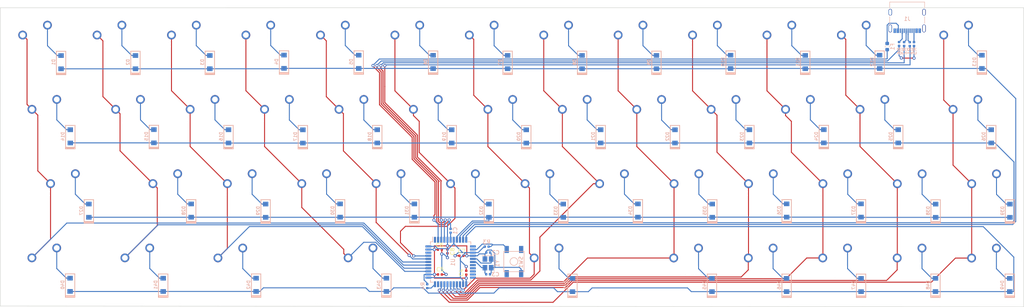
<source format=kicad_pcb>
(kicad_pcb (version 20171130) (host pcbnew "(5.1.5)-3")
  (layers (0 F.Cu signal) (31 B.Cu signal) (34 B.Paste user) (35 F.Paste user) (36 B.SilkS user) (37 F.SilkS user) (38 B.Mask user) (39 F.Mask user) (44 Edge.Cuts user))
  (net 0 "")
  (net 1 +5V)
  (net 2 "Net-(C1-Pad1)")
  (net 3 "Net-(C2-Pad1)")
  (net 4 "Net-(C3-Pad1)")
  (net 5 VCC)
  (net 6 "Net-(D1-Pad1)")
  (net 7 "Net-(D1-Pad2)")
  (net 8 "Net-(D2-Pad2)")
  (net 9 "Net-(D3-Pad2)")
  (net 10 "Net-(D4-Pad2)")
  (net 11 "Net-(D5-Pad2)")
  (net 12 "Net-(D6-Pad2)")
  (net 13 "Net-(D7-Pad2)")
  (net 14 "Net-(D8-Pad2)")
  (net 15 "Net-(D9-Pad2)")
  (net 16 "Net-(D10-Pad2)")
  (net 17 "Net-(D11-Pad2)")
  (net 18 "Net-(D12-Pad2)")
  (net 19 "Net-(D13-Pad2)")
  (net 20 "Net-(D14-Pad2)")
  (net 21 "Net-(D14-Pad1)")
  (net 22 "Net-(D15-Pad2)")
  (net 23 "Net-(D16-Pad2)")
  (net 24 "Net-(D17-Pad2)")
  (net 25 "Net-(D18-Pad2)")
  (net 26 "Net-(D19-Pad2)")
  (net 27 "Net-(D20-Pad2)")
  (net 28 "Net-(D21-Pad2)")
  (net 29 "Net-(D22-Pad2)")
  (net 30 "Net-(D23-Pad2)")
  (net 31 "Net-(D24-Pad2)")
  (net 32 "Net-(D25-Pad2)")
  (net 33 "Net-(D26-Pad2)")
  (net 34 "Net-(D27-Pad1)")
  (net 35 "Net-(D27-Pad2)")
  (net 36 "Net-(D28-Pad2)")
  (net 37 "Net-(D29-Pad2)")
  (net 38 "Net-(D30-Pad2)")
  (net 39 "Net-(D31-Pad2)")
  (net 40 "Net-(D32-Pad2)")
  (net 41 "Net-(D33-Pad2)")
  (net 42 "Net-(D34-Pad2)")
  (net 43 "Net-(D35-Pad2)")
  (net 44 "Net-(D36-Pad2)")
  (net 45 "Net-(D37-Pad2)")
  (net 46 "Net-(D38-Pad2)")
  (net 47 "Net-(D39-Pad2)")
  (net 48 "Net-(D40-Pad1)")
  (net 49 "Net-(D40-Pad2)")
  (net 50 "Net-(D41-Pad2)")
  (net 51 "Net-(D42-Pad2)")
  (net 52 "Net-(D43-Pad2)")
  (net 53 "Net-(D44-Pad2)")
  (net 54 "Net-(D45-Pad2)")
  (net 55 "Net-(D46-Pad2)")
  (net 56 "Net-(D47-Pad2)")
  (net 57 "Net-(D48-Pad2)")
  (net 58 "Net-(D49-Pad2)")
  (net 59 "Net-(K1-Pad1)")
  (net 60 "Net-(K10-Pad1)")
  (net 61 "Net-(K11-Pad1)")
  (net 62 "Net-(K12-Pad1)")
  (net 63 "Net-(K13-Pad1)")
  (net 64 "Net-(R1-Pad1)")
  (net 65 "Net-(R2-Pad1)")
  (net 66 "Net-(R3-Pad1)")
  (net 67 "Net-(R4-Pad2)")
  (net 68 "Net-(U1-Pad1)")
  (net 69 "Net-(U1-Pad12)")
  (net 70 "Net-(U1-Pad18)")
  (net 71 "Net-(U1-Pad19)")
  (net 72 "Net-(U1-Pad20)")
  (net 73 "Net-(U1-Pad21)")
  (net 74 "Net-(U1-Pad22)")
  (net 75 "Net-(U1-Pad32)")
  (net 76 "Net-(U1-Pad42)")
  (net 77 "Net-(K2-Pad1)")
  (net 78 "Net-(K3-Pad1)")
  (net 79 "Net-(K4-Pad1)")
  (net 80 "Net-(K5-Pad1)")
  (net 81 "Net-(K6-Pad1)")
  (net 82 "Net-(K7-Pad1)")
  (net 83 "Net-(K8-Pad1)")
  (net 84 "Net-(K9-Pad1)")
  (net 85 "Net-(F1-Pad1)")
  (net 86 "Net-(F1-Pad2)")
  (net 87 "Net-(J1-PadB7)")
  (net 88 "Net-(J1-PadA6)")
  (net 89 "Net-(J1-PadA7)")
  (net 90 "Net-(J1-PadB8)")
  (net 91 "Net-(J1-PadA5)")
  (net 92 "Net-(J1-PadA8)")
  (net 93 "Net-(J1-PadB6)")
  (net 94 "Net-(J1-PadB5)")
  (net 95 "Net-(K14-Pad1)")
  (net 96 "Net-(K15-Pad1)")
  (net 97 "Net-(K16-Pad1)")
  (net 98 "Net-(K17-Pad1)")
  (net 99 "Net-(K18-Pad1)")
  (net 100 "Net-(K19-Pad1)")
  (net 101 "Net-(K20-Pad1)")
  (net 102 "Net-(K21-Pad1)")
  (net 103 "Net-(K22-Pad1)")
  (net 104 "Net-(K23-Pad1)")
  (net 105 "Net-(K24-Pad1)")
  (net 106 "Net-(K25-Pad1)")
  (net 107 "Net-(K26-Pad1)")
  (net 108 "Net-(K27-Pad1)")
  (net 109 "Net-(K28-Pad1)")
  (net 110 "Net-(K29-Pad1)")
  (net 111 "Net-(K30-Pad1)")
  (net 112 "Net-(K31-Pad1)")
  (net 113 "Net-(K32-Pad1)")
  (net 114 "Net-(K33-Pad1)")
  (net 115 "Net-(K34-Pad1)")
  (net 116 "Net-(K35-Pad1)")
  (net 117 "Net-(K36-Pad1)")
  (net 118 "Net-(K37-Pad1)")
  (net 119 "Net-(K38-Pad1)")
  (net 120 "Net-(K39-Pad1)")
  (net 121 "Net-(K40-Pad1)")
  (net 122 "Net-(K41-Pad1)")
  (net 123 "Net-(K42-Pad1)")
  (net 124 "Net-(K43-Pad1)")
  (net 125 "Net-(K44-Pad1)")
  (net 126 "Net-(K45-Pad1)")
  (net 127 "Net-(K46-Pad1)")
  (net 128 "Net-(K47-Pad1)")
  (net 129 "Net-(K48-Pad1)")
  (net 130 "Net-(K49-Pad1)")
  (net 131 "Net-(U1-Pad8)")
  (net 132 "Net-(U1-Pad9)")
  (net 133 "Net-(U1-Pad10)")
  (net 134 "Net-(U1-Pad11)")
  (net 135 "Net-(U1-Pad36)")
  (net 136 "Net-(U1-Pad37)")
  (net 137 "Net-(U1-Pad38)")
  (net 138 "Net-(U1-Pad39)")
  (net 139 "Net-(U1-Pad40)")
  (net 140 "Net-(U1-Pad41)")
  (module MX_Only:MXOnly-1.25U-NoLED (layer F.Cu) (at 77.29 104.75)
    (fp_text reference K42)
    (fp_text value KEYSW)
    (pad 2 thru_hole circle (at 2.54 -5.08) (size 2.25 2.25) (drill 1.47) (layers *.Cu B.Mask) (net 51 "Net-(D42-Pad2)"))
    (pad "" np_thru_hole circle (at 0 0) (size 3.9878 3.9878) (drill 3.9878) (layers *.Cu *.Mask))
    (pad 1 thru_hole circle (at -3.81 -2.54) (size 2.25 2.25) (drill 1.47) (layers *.Cu B.Mask) (net 123 "Net-(K42-Pad1)"))
    (pad "" np_thru_hole circle (at -5.08 0 48.0996) (size 1.75 1.75) (drill 1.75) (layers *.Cu *.Mask))
    (pad "" np_thru_hole circle (at 5.08 0 48.0996) (size 1.75 1.75) (drill 1.75) (layers *.Cu *.Mask))
  )
  (module Fuse:Fuse_0603_1608Metric (layer B.Cu) (at 244.82 48 90)
    (fp_text reference F1 (at -0.05 1.36 90) (layer B.SilkS) (effects (justify mirror)))
    (fp_text value Fuse)
    (pad 2 smd roundrect (at 0.7875 0 90) (size 0.875 0.95) (layers B.Cu B.Paste B.Mask) (net 86 "Net-(F1-Pad2)"))
    (pad 1 smd roundrect (at -0.7875 0 90) (size 0.875 0.95) (layers B.Cu B.Paste B.Mask) (net 85 "Net-(F1-Pad1)"))
  )
  (module Connector_USB:USB_C_Receptacle_Palconn_UTC16-G (layer B.Cu) (at 249.93 41.43)
    (fp_text reference J1 (at 0.01 -0.55) (layer B.SilkS) (effects (justify mirror)))
    (fp_text value USB_C_Receptacle_USB2.0)
    (pad A12 smd rect (at 3.2 2.51) (size 0.6 1.16) (layers B.Cu B.Paste B.Mask) (net 1 +5V))
    (pad A9 smd rect (at 2.4 2.51) (size 0.6 1.16) (layers B.Cu B.Paste B.Mask) (net 86 "Net-(F1-Pad2)"))
    (pad B1 smd rect (at 3.2 2.51) (size 0.6 1.16) (layers B.Cu B.Paste B.Mask) (net 1 +5V))
    (pad B4 smd rect (at 2.4 2.51) (size 0.6 1.16) (layers B.Cu B.Paste B.Mask) (net 86 "Net-(F1-Pad2)"))
    (pad B12 smd rect (at -3.2 2.51) (size 0.6 1.16) (layers B.Cu B.Paste B.Mask) (net 1 +5V))
    (pad A1 smd rect (at -3.2 2.51) (size 0.6 1.16) (layers B.Cu B.Paste B.Mask) (net 1 +5V))
    (pad B9 smd rect (at -2.4 2.51) (size 0.6 1.16) (layers B.Cu B.Paste B.Mask) (net 86 "Net-(F1-Pad2)"))
    (pad A4 smd rect (at -2.4 2.51) (size 0.6 1.16) (layers B.Cu B.Paste B.Mask) (net 86 "Net-(F1-Pad2)"))
    (pad "" np_thru_hole circle (at -2.89 1.45 180) (size 0.6 0.6) (drill 0.6) (layers *.Cu *.Mask))
    (pad "" np_thru_hole circle (at 2.89 1.45 180) (size 0.6 0.6) (drill 0.6) (layers *.Cu *.Mask))
    (pad B5 smd rect (at 1.75 2.51 180) (size 0.3 1.16) (layers B.Cu B.Paste B.Mask) (net 94 "Net-(J1-PadB5)"))
    (pad B6 smd rect (at 0.75 2.51 180) (size 0.3 1.16) (layers B.Cu B.Paste B.Mask) (net 93 "Net-(J1-PadB6)"))
    (pad A8 smd rect (at 1.25 2.51 180) (size 0.3 1.16) (layers B.Cu B.Paste B.Mask) (net 92 "Net-(J1-PadA8)"))
    (pad A5 smd rect (at -1.25 2.51 180) (size 0.3 1.16) (layers B.Cu B.Paste B.Mask) (net 91 "Net-(J1-PadA5)"))
    (pad B8 smd rect (at -1.75 2.51 180) (size 0.3 1.16) (layers B.Cu B.Paste B.Mask) (net 90 "Net-(J1-PadB8)"))
    (pad A7 smd rect (at 0.25 2.51 180) (size 0.3 1.16) (layers B.Cu B.Paste B.Mask) (net 89 "Net-(J1-PadA7)"))
    (pad A6 smd rect (at -0.25 2.51 180) (size 0.3 1.16) (layers B.Cu B.Paste B.Mask) (net 88 "Net-(J1-PadA6)"))
    (pad B7 smd rect (at -0.75 2.51 180) (size 0.3 1.16) (layers B.Cu B.Paste B.Mask) (net 87 "Net-(J1-PadB7)"))
    (pad S1 thru_hole oval (at 4.32 -2.24 270) (size 1.7 0.9) (drill oval 1.4 0.6) (layers *.Cu *.Mask) (net 1 +5V))
    (pad S1 thru_hole oval (at -4.32 -2.24 270) (size 1.7 0.9) (drill oval 1.4 0.6) (layers *.Cu *.Mask) (net 1 +5V))
    (pad S1 thru_hole oval (at 4.32 1.93 270) (size 2 0.9) (drill oval 1.7 0.6) (layers *.Cu *.Mask) (net 1 +5V))
    (pad S1 thru_hole oval (at -4.32 1.93 270) (size 2 0.9) (drill oval 1.7 0.6) (layers *.Cu *.Mask) (net 1 +5V))
  )
  (module MX_Only:MXOnly-2.75U-ReversedStabilizers-NoLED (layer F.Cu) (at 158.26 104.75)
    (fp_text reference K44)
    (fp_text value KEYSW)
    (pad 2 thru_hole circle (at 2.54 -5.08) (size 2.25 2.25) (drill 1.47) (layers *.Cu B.Mask) (net 53 "Net-(D44-Pad2)"))
    (pad "" np_thru_hole circle (at 0 0) (size 3.9878 3.9878) (drill 3.9878) (layers *.Cu *.Mask))
    (pad 1 thru_hole circle (at -3.81 -2.54) (size 2.25 2.25) (drill 1.47) (layers *.Cu B.Mask) (net 125 "Net-(K44-Pad1)"))
    (pad "" np_thru_hole circle (at -5.08 0 48.0996) (size 1.75 1.75) (drill 1.75) (layers *.Cu *.Mask))
    (pad "" np_thru_hole circle (at 5.08 0 48.0996) (size 1.75 1.75) (drill 1.75) (layers *.Cu *.Mask))
    (pad "" np_thru_hole circle (at -11.90625 6.985) (size 3.048 3.048) (drill 3.048) (layers *.Cu *.Mask))
    (pad "" np_thru_hole circle (at 11.90625 6.985) (size 3.048 3.048) (drill 3.048) (layers *.Cu *.Mask))
    (pad "" np_thru_hole circle (at -11.90625 -8.255) (size 3.9878 3.9878) (drill 3.9878) (layers *.Cu *.Mask))
    (pad "" np_thru_hole circle (at 11.90625 -8.255) (size 3.9878 3.9878) (drill 3.9878) (layers *.Cu *.Mask))
  )
  (module Capacitor_SMD:C_0402_1005Metric (layer F.Cu) (at 137.05 105.99 270)
    (fp_text reference C4 (at 0.02 1.25 270) (layer F.SilkS))
    (fp_text value 0.1u)
    (pad 2 smd roundrect (at 0.485 0 270) (size 0.59 0.64) (layers F.Cu F.Paste F.Mask) (net 1 +5V))
    (pad 1 smd roundrect (at -0.485 0 270) (size 0.59 0.64) (layers F.Cu F.Paste F.Mask) (net 5 VCC))
  )
  (module random-keyboard-parts:SKQG-1155865 (layer B.Cu) (at 149.26 103.13 270)
    (fp_text reference SW1 (at 0.18 -1.79 90) (layer B.SilkS) (effects (justify mirror)))
    (fp_text value SW_PUSH)
    (pad 4 smd rect (at -3.1 -1.85 270) (size 1.8 1.1) (layers B.Cu B.Paste B.Mask))
    (pad 3 smd rect (at 3.1 1.85 270) (size 1.8 1.1) (layers B.Cu B.Paste B.Mask))
    (pad 2 smd rect (at -3.1 1.85 270) (size 1.8 1.1) (layers B.Cu B.Paste B.Mask) (net 66 "Net-(R3-Pad1)"))
    (pad 1 smd rect (at 3.1 -1.85 270) (size 1.8 1.1) (layers B.Cu B.Paste B.Mask) (net 1 +5V))
  )
  (module MX_Only:MXOnly-2.25U-ReversedStabilizers-NoLED (layer F.Cu) (at 110.63 104.73)
    (fp_text reference K43)
    (fp_text value KEYSW)
    (pad 2 thru_hole circle (at 2.54 -5.08) (size 2.25 2.25) (drill 1.47) (layers *.Cu B.Mask) (net 52 "Net-(D43-Pad2)"))
    (pad "" np_thru_hole circle (at 0 0) (size 3.9878 3.9878) (drill 3.9878) (layers *.Cu *.Mask))
    (pad 1 thru_hole circle (at -3.81 -2.54) (size 2.25 2.25) (drill 1.47) (layers *.Cu B.Mask) (net 124 "Net-(K43-Pad1)"))
    (pad "" np_thru_hole circle (at -5.08 0 48.0996) (size 1.75 1.75) (drill 1.75) (layers *.Cu *.Mask))
    (pad "" np_thru_hole circle (at 5.08 0 48.0996) (size 1.75 1.75) (drill 1.75) (layers *.Cu *.Mask))
    (pad "" np_thru_hole circle (at -11.90625 6.985) (size 3.048 3.048) (drill 3.048) (layers *.Cu *.Mask))
    (pad "" np_thru_hole circle (at 11.90625 6.985) (size 3.048 3.048) (drill 3.048) (layers *.Cu *.Mask))
    (pad "" np_thru_hole circle (at -11.90625 -8.255) (size 3.9878 3.9878) (drill 3.9878) (layers *.Cu *.Mask))
    (pad "" np_thru_hole circle (at 11.90625 -8.255) (size 3.9878 3.9878) (drill 3.9878) (layers *.Cu *.Mask))
  )
  (module Capacitor_SMD:C_0402_1005Metric (layer B.Cu) (at 133.04 95.245 90)
    (fp_text reference C1 (at 0 1.17 270) (layer B.SilkS) (effects (justify mirror)))
    (fp_text value 1u)
    (pad 2 smd roundrect (at 0.485 0 90) (size 0.59 0.64) (layers B.Cu B.Paste B.Mask) (net 1 +5V))
    (pad 1 smd roundrect (at -0.485 0 90) (size 0.59 0.64) (layers B.Cu B.Paste B.Mask) (net 2 "Net-(C1-Pad1)"))
  )
  (module Capacitor_SMD:C_0402_1005Metric (layer B.Cu) (at 142.67 100.82 180)
    (fp_text reference C2 (at -1.93 0) (layer B.SilkS) (effects (justify mirror)))
    (fp_text value 22pF)
    (pad 2 smd roundrect (at 0.485 0 180) (size 0.59 0.64) (layers B.Cu B.Paste B.Mask) (net 1 +5V))
    (pad 1 smd roundrect (at -0.485 0 180) (size 0.59 0.64) (layers B.Cu B.Paste B.Mask) (net 3 "Net-(C2-Pad1)"))
  )
  (module Capacitor_SMD:C_0402_1005Metric (layer B.Cu) (at 142.64 106.39)
    (fp_text reference C3 (at 1.91 0.04) (layer B.SilkS) (effects (justify mirror)))
    (fp_text value 22pF)
    (pad 2 smd roundrect (at 0.485 0) (size 0.59 0.64) (layers B.Cu B.Paste B.Mask) (net 1 +5V))
    (pad 1 smd roundrect (at -0.485 0) (size 0.59 0.64) (layers B.Cu B.Paste B.Mask) (net 4 "Net-(C3-Pad1)"))
  )
  (module Capacitor_SMD:C_0402_1005Metric (layer F.Cu) (at 130.31 106.45 180)
    (fp_text reference C5 (at -0.05 1.28 180) (layer F.SilkS))
    (fp_text value 0.1u)
    (pad 2 smd roundrect (at 0.485 0 180) (size 0.59 0.64) (layers F.Cu F.Paste F.Mask) (net 1 +5V))
    (pad 1 smd roundrect (at -0.485 0 180) (size 0.59 0.64) (layers F.Cu F.Paste F.Mask) (net 5 VCC))
  )
  (module Capacitor_SMD:C_0402_1005Metric (layer F.Cu) (at 130.3 100.06 180)
    (fp_text reference C6 (at 0.05 1.11 180) (layer F.SilkS))
    (fp_text value 0.1u)
    (pad 2 smd roundrect (at 0.485 0 180) (size 0.59 0.64) (layers F.Cu F.Paste F.Mask) (net 1 +5V))
    (pad 1 smd roundrect (at -0.485 0 180) (size 0.59 0.64) (layers F.Cu F.Paste F.Mask) (net 5 VCC))
  )
  (module Capacitor_SMD:C_0402_1005Metric (layer F.Cu) (at 135.79 101.65)
    (fp_text reference C7 (at 0.09 -1.16 180) (layer F.SilkS))
    (fp_text value 0.1u)
    (pad 2 smd roundrect (at 0.485 0) (size 0.59 0.64) (layers F.Cu F.Paste F.Mask) (net 1 +5V))
    (pad 1 smd roundrect (at -0.485 0) (size 0.59 0.64) (layers F.Cu F.Paste F.Mask) (net 5 VCC))
  )
  (module Capacitor_SMD:C_0402_1005Metric (layer F.Cu) (at 132.24 100.52 90)
    (fp_text reference C8 (at -0.02 1.28 270) (layer F.SilkS))
    (fp_text value 4.7u)
    (pad 2 smd roundrect (at 0.485 0 90) (size 0.59 0.64) (layers F.Cu F.Paste F.Mask) (net 1 +5V))
    (pad 1 smd roundrect (at -0.485 0 90) (size 0.59 0.64) (layers F.Cu F.Paste F.Mask) (net 5 VCC))
  )
  (module keyboard_parts:D_SOD123 (layer B.Cu) (at 33.32 52.01 90)
    (fp_text reference D1 (at 0 -1.925 90) (layer B.SilkS) (effects (font (size 0.8 0.8)) (justify mirror)))
    (fp_text value D hide)
    (pad 1 smd rect (at -1.7 0 90) (size 1.2 1.4) (layers B.Cu B.Paste B.Mask) (net 6 "Net-(D1-Pad1)"))
    (pad 2 smd rect (at 1.7 0 90) (size 1.2 1.4) (layers B.Cu B.Paste B.Mask) (net 7 "Net-(D1-Pad2)"))
  )
  (module keyboard_parts:D_SOD123 (layer B.Cu) (at 52.37 52 90)
    (fp_text reference D2 (at 0 -1.925 90) (layer B.SilkS) (effects (font (size 0.8 0.8)) (justify mirror)))
    (fp_text value D hide)
    (pad 1 smd rect (at -1.7 0 90) (size 1.2 1.4) (layers B.Cu B.Paste B.Mask) (net 6 "Net-(D1-Pad1)"))
    (pad 2 smd rect (at 1.7 0 90) (size 1.2 1.4) (layers B.Cu B.Paste B.Mask) (net 8 "Net-(D2-Pad2)"))
  )
  (module keyboard_parts:D_SOD123 (layer B.Cu) (at 71.41 51.99 90)
    (fp_text reference D3 (at 0 -1.925 90) (layer B.SilkS) (effects (font (size 0.8 0.8)) (justify mirror)))
    (fp_text value D hide)
    (pad 1 smd rect (at -1.7 0 90) (size 1.2 1.4) (layers B.Cu B.Paste B.Mask) (net 6 "Net-(D1-Pad1)"))
    (pad 2 smd rect (at 1.7 0 90) (size 1.2 1.4) (layers B.Cu B.Paste B.Mask) (net 9 "Net-(D3-Pad2)"))
  )
  (module keyboard_parts:D_SOD123 (layer B.Cu) (at 90.4 51.89 90)
    (fp_text reference D4 (at 0 -1.925 90) (layer B.SilkS) (effects (font (size 0.8 0.8)) (justify mirror)))
    (fp_text value D hide)
    (pad 1 smd rect (at -1.7 0 90) (size 1.2 1.4) (layers B.Cu B.Paste B.Mask) (net 6 "Net-(D1-Pad1)"))
    (pad 2 smd rect (at 1.7 0 90) (size 1.2 1.4) (layers B.Cu B.Paste B.Mask) (net 10 "Net-(D4-Pad2)"))
  )
  (module keyboard_parts:D_SOD123 (layer B.Cu) (at 109.52 51.91 90)
    (fp_text reference D5 (at 0 -1.925 90) (layer B.SilkS) (effects (font (size 0.8 0.8)) (justify mirror)))
    (fp_text value D hide)
    (pad 1 smd rect (at -1.7 0 90) (size 1.2 1.4) (layers B.Cu B.Paste B.Mask) (net 6 "Net-(D1-Pad1)"))
    (pad 2 smd rect (at 1.7 0 90) (size 1.2 1.4) (layers B.Cu B.Paste B.Mask) (net 11 "Net-(D5-Pad2)"))
  )
  (module keyboard_parts:D_SOD123 (layer B.Cu) (at 128.57 51.94 90)
    (fp_text reference D6 (at 0 -1.925 90) (layer B.SilkS) (effects (font (size 0.8 0.8)) (justify mirror)))
    (fp_text value D hide)
    (pad 1 smd rect (at -1.7 0 90) (size 1.2 1.4) (layers B.Cu B.Paste B.Mask) (net 6 "Net-(D1-Pad1)"))
    (pad 2 smd rect (at 1.7 0 90) (size 1.2 1.4) (layers B.Cu B.Paste B.Mask) (net 12 "Net-(D6-Pad2)"))
  )
  (module keyboard_parts:D_SOD123 (layer B.Cu) (at 147.64 51.98 90)
    (fp_text reference D7 (at 0 -1.925 90) (layer B.SilkS) (effects (font (size 0.8 0.8)) (justify mirror)))
    (fp_text value D hide)
    (pad 1 smd rect (at -1.7 0 90) (size 1.2 1.4) (layers B.Cu B.Paste B.Mask) (net 6 "Net-(D1-Pad1)"))
    (pad 2 smd rect (at 1.7 0 90) (size 1.2 1.4) (layers B.Cu B.Paste B.Mask) (net 13 "Net-(D7-Pad2)"))
  )
  (module keyboard_parts:D_SOD123 (layer B.Cu) (at 166.7 51.98 90)
    (fp_text reference D8 (at 0 -1.925 90) (layer B.SilkS) (effects (font (size 0.8 0.8)) (justify mirror)))
    (fp_text value D hide)
    (pad 1 smd rect (at -1.7 0 90) (size 1.2 1.4) (layers B.Cu B.Paste B.Mask) (net 6 "Net-(D1-Pad1)"))
    (pad 2 smd rect (at 1.7 0 90) (size 1.2 1.4) (layers B.Cu B.Paste B.Mask) (net 14 "Net-(D8-Pad2)"))
  )
  (module keyboard_parts:D_SOD123 (layer B.Cu) (at 185.75 51.98 90)
    (fp_text reference D9 (at 0 -1.925 90) (layer B.SilkS) (effects (font (size 0.8 0.8)) (justify mirror)))
    (fp_text value D hide)
    (pad 1 smd rect (at -1.7 0 90) (size 1.2 1.4) (layers B.Cu B.Paste B.Mask) (net 6 "Net-(D1-Pad1)"))
    (pad 2 smd rect (at 1.7 0 90) (size 1.2 1.4) (layers B.Cu B.Paste B.Mask) (net 15 "Net-(D9-Pad2)"))
  )
  (module keyboard_parts:D_SOD123 (layer B.Cu) (at 204.73 51.92 90)
    (fp_text reference D10 (at 0 -1.925 90) (layer B.SilkS) (effects (font (size 0.8 0.8)) (justify mirror)))
    (fp_text value D hide)
    (pad 1 smd rect (at -1.7 0 90) (size 1.2 1.4) (layers B.Cu B.Paste B.Mask) (net 6 "Net-(D1-Pad1)"))
    (pad 2 smd rect (at 1.7 0 90) (size 1.2 1.4) (layers B.Cu B.Paste B.Mask) (net 16 "Net-(D10-Pad2)"))
  )
  (module keyboard_parts:D_SOD123 (layer B.Cu) (at 223.84 51.98 90)
    (fp_text reference D11 (at 0 -1.925 90) (layer B.SilkS) (effects (font (size 0.8 0.8)) (justify mirror)))
    (fp_text value D hide)
    (pad 1 smd rect (at -1.7 0 90) (size 1.2 1.4) (layers B.Cu B.Paste B.Mask) (net 6 "Net-(D1-Pad1)"))
    (pad 2 smd rect (at 1.7 0 90) (size 1.2 1.4) (layers B.Cu B.Paste B.Mask) (net 17 "Net-(D11-Pad2)"))
  )
  (module keyboard_parts:D_SOD123 (layer B.Cu) (at 242.88 51.92 90)
    (fp_text reference D12 (at 0 -1.925 90) (layer B.SilkS) (effects (font (size 0.8 0.8)) (justify mirror)))
    (fp_text value D hide)
    (pad 1 smd rect (at -1.7 0 90) (size 1.2 1.4) (layers B.Cu B.Paste B.Mask) (net 6 "Net-(D1-Pad1)"))
    (pad 2 smd rect (at 1.7 0 90) (size 1.2 1.4) (layers B.Cu B.Paste B.Mask) (net 18 "Net-(D12-Pad2)"))
  )
  (module keyboard_parts:D_SOD123 (layer B.Cu) (at 269.07 51.92 90)
    (fp_text reference D13 (at 0 -1.925 90) (layer B.SilkS) (effects (font (size 0.8 0.8)) (justify mirror)))
    (fp_text value D hide)
    (pad 1 smd rect (at -1.7 0 90) (size 1.2 1.4) (layers B.Cu B.Paste B.Mask) (net 6 "Net-(D1-Pad1)"))
    (pad 2 smd rect (at 1.7 0 90) (size 1.2 1.4) (layers B.Cu B.Paste B.Mask) (net 19 "Net-(D13-Pad2)"))
  )
  (module keyboard_parts:D_SOD123 (layer B.Cu) (at 35.69 71.03 90)
    (fp_text reference D14 (at 0 -1.925 90) (layer B.SilkS) (effects (font (size 0.8 0.8)) (justify mirror)))
    (fp_text value D hide)
    (pad 1 smd rect (at -1.7 0 90) (size 1.2 1.4) (layers B.Cu B.Paste B.Mask) (net 21 "Net-(D14-Pad1)"))
    (pad 2 smd rect (at 1.7 0 90) (size 1.2 1.4) (layers B.Cu B.Paste B.Mask) (net 20 "Net-(D14-Pad2)"))
  )
  (module keyboard_parts:D_SOD123 (layer B.Cu) (at 57.09 71 90)
    (fp_text reference D15 (at 0 -1.925 90) (layer B.SilkS) (effects (font (size 0.8 0.8)) (justify mirror)))
    (fp_text value D hide)
    (pad 1 smd rect (at -1.7 0 90) (size 1.2 1.4) (layers B.Cu B.Paste B.Mask) (net 21 "Net-(D14-Pad1)"))
    (pad 2 smd rect (at 1.7 0 90) (size 1.2 1.4) (layers B.Cu B.Paste B.Mask) (net 22 "Net-(D15-Pad2)"))
  )
  (module keyboard_parts:D_SOD123 (layer B.Cu) (at 76.19 71.03 90)
    (fp_text reference D16 (at 0 -1.925 90) (layer B.SilkS) (effects (font (size 0.8 0.8)) (justify mirror)))
    (fp_text value D hide)
    (pad 1 smd rect (at -1.7 0 90) (size 1.2 1.4) (layers B.Cu B.Paste B.Mask) (net 21 "Net-(D14-Pad1)"))
    (pad 2 smd rect (at 1.7 0 90) (size 1.2 1.4) (layers B.Cu B.Paste B.Mask) (net 23 "Net-(D16-Pad2)"))
  )
  (module keyboard_parts:D_SOD123 (layer B.Cu) (at 95.23 71.05 90)
    (fp_text reference D17 (at 0 -1.925 90) (layer B.SilkS) (effects (font (size 0.8 0.8)) (justify mirror)))
    (fp_text value D hide)
    (pad 1 smd rect (at -1.7 0 90) (size 1.2 1.4) (layers B.Cu B.Paste B.Mask) (net 21 "Net-(D14-Pad1)"))
    (pad 2 smd rect (at 1.7 0 90) (size 1.2 1.4) (layers B.Cu B.Paste B.Mask) (net 24 "Net-(D17-Pad2)"))
  )
  (module keyboard_parts:D_SOD123 (layer B.Cu) (at 114.27 71.03 90)
    (fp_text reference D18 (at 0 -1.925 90) (layer B.SilkS) (effects (font (size 0.8 0.8)) (justify mirror)))
    (fp_text value D hide)
    (pad 1 smd rect (at -1.7 0 90) (size 1.2 1.4) (layers B.Cu B.Paste B.Mask) (net 21 "Net-(D14-Pad1)"))
    (pad 2 smd rect (at 1.7 0 90) (size 1.2 1.4) (layers B.Cu B.Paste B.Mask) (net 25 "Net-(D18-Pad2)"))
  )
  (module keyboard_parts:D_SOD123 (layer B.Cu) (at 133.33 71.04 90)
    (fp_text reference D19 (at 0 -1.925 90) (layer B.SilkS) (effects (font (size 0.8 0.8)) (justify mirror)))
    (fp_text value D hide)
    (pad 1 smd rect (at -1.7 0 90) (size 1.2 1.4) (layers B.Cu B.Paste B.Mask) (net 21 "Net-(D14-Pad1)"))
    (pad 2 smd rect (at 1.7 0 90) (size 1.2 1.4) (layers B.Cu B.Paste B.Mask) (net 26 "Net-(D19-Pad2)"))
  )
  (module keyboard_parts:D_SOD123 (layer B.Cu) (at 152.42 71.05 90)
    (fp_text reference D20 (at 0 -1.925 90) (layer B.SilkS) (effects (font (size 0.8 0.8)) (justify mirror)))
    (fp_text value D hide)
    (pad 1 smd rect (at -1.7 0 90) (size 1.2 1.4) (layers B.Cu B.Paste B.Mask) (net 21 "Net-(D14-Pad1)"))
    (pad 2 smd rect (at 1.7 0 90) (size 1.2 1.4) (layers B.Cu B.Paste B.Mask) (net 27 "Net-(D20-Pad2)"))
  )
  (module keyboard_parts:D_SOD123 (layer B.Cu) (at 171.47 71.03 90)
    (fp_text reference D21 (at 0 -1.925 90) (layer B.SilkS) (effects (font (size 0.8 0.8)) (justify mirror)))
    (fp_text value D hide)
    (pad 1 smd rect (at -1.7 0 90) (size 1.2 1.4) (layers B.Cu B.Paste B.Mask) (net 21 "Net-(D14-Pad1)"))
    (pad 2 smd rect (at 1.7 0 90) (size 1.2 1.4) (layers B.Cu B.Paste B.Mask) (net 28 "Net-(D21-Pad2)"))
  )
  (module keyboard_parts:D_SOD123 (layer B.Cu) (at 190.49 71.04 90)
    (fp_text reference D22 (at 0 -1.925 90) (layer B.SilkS) (effects (font (size 0.8 0.8)) (justify mirror)))
    (fp_text value D hide)
    (pad 1 smd rect (at -1.7 0 90) (size 1.2 1.4) (layers B.Cu B.Paste B.Mask) (net 21 "Net-(D14-Pad1)"))
    (pad 2 smd rect (at 1.7 0 90) (size 1.2 1.4) (layers B.Cu B.Paste B.Mask) (net 29 "Net-(D22-Pad2)"))
  )
  (module keyboard_parts:D_SOD123 (layer B.Cu) (at 209.55 71.03 90)
    (fp_text reference D23 (at 0 -1.925 90) (layer B.SilkS) (effects (font (size 0.8 0.8)) (justify mirror)))
    (fp_text value D hide)
    (pad 1 smd rect (at -1.7 0 90) (size 1.2 1.4) (layers B.Cu B.Paste B.Mask) (net 21 "Net-(D14-Pad1)"))
    (pad 2 smd rect (at 1.7 0 90) (size 1.2 1.4) (layers B.Cu B.Paste B.Mask) (net 30 "Net-(D23-Pad2)"))
  )
  (module keyboard_parts:D_SOD123 (layer B.Cu) (at 228.6 71.01 90)
    (fp_text reference D24 (at 0 -1.925 90) (layer B.SilkS) (effects (font (size 0.8 0.8)) (justify mirror)))
    (fp_text value D hide)
    (pad 1 smd rect (at -1.7 0 90) (size 1.2 1.4) (layers B.Cu B.Paste B.Mask) (net 21 "Net-(D14-Pad1)"))
    (pad 2 smd rect (at 1.7 0 90) (size 1.2 1.4) (layers B.Cu B.Paste B.Mask) (net 31 "Net-(D24-Pad2)"))
  )
  (module keyboard_parts:D_SOD123 (layer B.Cu) (at 247.64 71.02 90)
    (fp_text reference D25 (at 0 -1.925 90) (layer B.SilkS) (effects (font (size 0.8 0.8)) (justify mirror)))
    (fp_text value D hide)
    (pad 1 smd rect (at -1.7 0 90) (size 1.2 1.4) (layers B.Cu B.Paste B.Mask) (net 21 "Net-(D14-Pad1)"))
    (pad 2 smd rect (at 1.7 0 90) (size 1.2 1.4) (layers B.Cu B.Paste B.Mask) (net 32 "Net-(D25-Pad2)"))
  )
  (module keyboard_parts:D_SOD123 (layer B.Cu) (at 271.45 71.03 90)
    (fp_text reference D26 (at 0 -1.925 90) (layer B.SilkS) (effects (font (size 0.8 0.8)) (justify mirror)))
    (fp_text value D hide)
    (pad 1 smd rect (at -1.7 0 90) (size 1.2 1.4) (layers B.Cu B.Paste B.Mask) (net 21 "Net-(D14-Pad1)"))
    (pad 2 smd rect (at 1.7 0 90) (size 1.2 1.4) (layers B.Cu B.Paste B.Mask) (net 33 "Net-(D26-Pad2)"))
  )
  (module keyboard_parts:D_SOD123 (layer B.Cu) (at 40.44 90.08 90)
    (fp_text reference D27 (at 0 -1.925 90) (layer B.SilkS) (effects (font (size 0.8 0.8)) (justify mirror)))
    (fp_text value D hide)
    (pad 1 smd rect (at -1.7 0 90) (size 1.2 1.4) (layers B.Cu B.Paste B.Mask) (net 34 "Net-(D27-Pad1)"))
    (pad 2 smd rect (at 1.7 0 90) (size 1.2 1.4) (layers B.Cu B.Paste B.Mask) (net 35 "Net-(D27-Pad2)"))
  )
  (module keyboard_parts:D_SOD123 (layer B.Cu) (at 66.63 90.06 90)
    (fp_text reference D28 (at 0 -1.925 90) (layer B.SilkS) (effects (font (size 0.8 0.8)) (justify mirror)))
    (fp_text value D hide)
    (pad 1 smd rect (at -1.7 0 90) (size 1.2 1.4) (layers B.Cu B.Paste B.Mask) (net 34 "Net-(D27-Pad1)"))
    (pad 2 smd rect (at 1.7 0 90) (size 1.2 1.4) (layers B.Cu B.Paste B.Mask) (net 36 "Net-(D28-Pad2)"))
  )
  (module keyboard_parts:D_SOD123 (layer B.Cu) (at 85.69 90.09 90)
    (fp_text reference D29 (at 0 -1.925 90) (layer B.SilkS) (effects (font (size 0.8 0.8)) (justify mirror)))
    (fp_text value D hide)
    (pad 1 smd rect (at -1.7 0 90) (size 1.2 1.4) (layers B.Cu B.Paste B.Mask) (net 34 "Net-(D27-Pad1)"))
    (pad 2 smd rect (at 1.7 0 90) (size 1.2 1.4) (layers B.Cu B.Paste B.Mask) (net 37 "Net-(D29-Pad2)"))
  )
  (module keyboard_parts:D_SOD123 (layer B.Cu) (at 104.76 90.05 90)
    (fp_text reference D30 (at 0 -1.925 90) (layer B.SilkS) (effects (font (size 0.8 0.8)) (justify mirror)))
    (fp_text value D hide)
    (pad 1 smd rect (at -1.7 0 90) (size 1.2 1.4) (layers B.Cu B.Paste B.Mask) (net 34 "Net-(D27-Pad1)"))
    (pad 2 smd rect (at 1.7 0 90) (size 1.2 1.4) (layers B.Cu B.Paste B.Mask) (net 38 "Net-(D30-Pad2)"))
  )
  (module keyboard_parts:D_SOD123 (layer B.Cu) (at 123.78 90.06 90)
    (fp_text reference D31 (at 0 -1.925 90) (layer B.SilkS) (effects (font (size 0.8 0.8)) (justify mirror)))
    (fp_text value D hide)
    (pad 1 smd rect (at -1.7 0 90) (size 1.2 1.4) (layers B.Cu B.Paste B.Mask) (net 34 "Net-(D27-Pad1)"))
    (pad 2 smd rect (at 1.7 0 90) (size 1.2 1.4) (layers B.Cu B.Paste B.Mask) (net 39 "Net-(D31-Pad2)"))
  )
  (module keyboard_parts:D_SOD123 (layer B.Cu) (at 142.85 90.09 90)
    (fp_text reference D32 (at 0 -1.925 90) (layer B.SilkS) (effects (font (size 0.8 0.8)) (justify mirror)))
    (fp_text value D hide)
    (pad 1 smd rect (at -1.7 0 90) (size 1.2 1.4) (layers B.Cu B.Paste B.Mask) (net 34 "Net-(D27-Pad1)"))
    (pad 2 smd rect (at 1.7 0 90) (size 1.2 1.4) (layers B.Cu B.Paste B.Mask) (net 40 "Net-(D32-Pad2)"))
  )
  (module keyboard_parts:D_SOD123 (layer B.Cu) (at 161.9 90.09 90)
    (fp_text reference D33 (at 0 -1.925 90) (layer B.SilkS) (effects (font (size 0.8 0.8)) (justify mirror)))
    (fp_text value D hide)
    (pad 1 smd rect (at -1.7 0 90) (size 1.2 1.4) (layers B.Cu B.Paste B.Mask) (net 34 "Net-(D27-Pad1)"))
    (pad 2 smd rect (at 1.7 0 90) (size 1.2 1.4) (layers B.Cu B.Paste B.Mask) (net 41 "Net-(D33-Pad2)"))
  )
  (module keyboard_parts:D_SOD123 (layer B.Cu) (at 181 90.05 90)
    (fp_text reference D34 (at 0 -1.925 90) (layer B.SilkS) (effects (font (size 0.8 0.8)) (justify mirror)))
    (fp_text value D hide)
    (pad 1 smd rect (at -1.7 0 90) (size 1.2 1.4) (layers B.Cu B.Paste B.Mask) (net 34 "Net-(D27-Pad1)"))
    (pad 2 smd rect (at 1.7 0 90) (size 1.2 1.4) (layers B.Cu B.Paste B.Mask) (net 42 "Net-(D34-Pad2)"))
  )
  (module keyboard_parts:D_SOD123 (layer B.Cu) (at 200.04 90.08 90)
    (fp_text reference D35 (at 0 -1.925 90) (layer B.SilkS) (effects (font (size 0.8 0.8)) (justify mirror)))
    (fp_text value D hide)
    (pad 1 smd rect (at -1.7 0 90) (size 1.2 1.4) (layers B.Cu B.Paste B.Mask) (net 34 "Net-(D27-Pad1)"))
    (pad 2 smd rect (at 1.7 0 90) (size 1.2 1.4) (layers B.Cu B.Paste B.Mask) (net 43 "Net-(D35-Pad2)"))
  )
  (module keyboard_parts:D_SOD123 (layer B.Cu) (at 219.08 90.04 90)
    (fp_text reference D36 (at 0 -1.925 90) (layer B.SilkS) (effects (font (size 0.8 0.8)) (justify mirror)))
    (fp_text value D hide)
    (pad 1 smd rect (at -1.7 0 90) (size 1.2 1.4) (layers B.Cu B.Paste B.Mask) (net 34 "Net-(D27-Pad1)"))
    (pad 2 smd rect (at 1.7 0 90) (size 1.2 1.4) (layers B.Cu B.Paste B.Mask) (net 44 "Net-(D36-Pad2)"))
  )
  (module keyboard_parts:D_SOD123 (layer B.Cu) (at 238.12 90.04 90)
    (fp_text reference D37 (at 0 -1.925 90) (layer B.SilkS) (effects (font (size 0.8 0.8)) (justify mirror)))
    (fp_text value D hide)
    (pad 1 smd rect (at -1.7 0 90) (size 1.2 1.4) (layers B.Cu B.Paste B.Mask) (net 34 "Net-(D27-Pad1)"))
    (pad 2 smd rect (at 1.7 0 90) (size 1.2 1.4) (layers B.Cu B.Paste B.Mask) (net 45 "Net-(D37-Pad2)"))
  )
  (module keyboard_parts:D_SOD123 (layer B.Cu) (at 257.22 90.1 90)
    (fp_text reference D38 (at 0 -1.925 90) (layer B.SilkS) (effects (font (size 0.8 0.8)) (justify mirror)))
    (fp_text value D hide)
    (pad 1 smd rect (at -1.7 0 90) (size 1.2 1.4) (layers B.Cu B.Paste B.Mask) (net 34 "Net-(D27-Pad1)"))
    (pad 2 smd rect (at 1.7 0 90) (size 1.2 1.4) (layers B.Cu B.Paste B.Mask) (net 46 "Net-(D38-Pad2)"))
  )
  (module keyboard_parts:D_SOD123 (layer B.Cu) (at 276.25 90.1 90)
    (fp_text reference D39 (at 0 -1.925 90) (layer B.SilkS) (effects (font (size 0.8 0.8)) (justify mirror)))
    (fp_text value D hide)
    (pad 1 smd rect (at -1.7 0 90) (size 1.2 1.4) (layers B.Cu B.Paste B.Mask) (net 34 "Net-(D27-Pad1)"))
    (pad 2 smd rect (at 1.7 0 90) (size 1.2 1.4) (layers B.Cu B.Paste B.Mask) (net 47 "Net-(D39-Pad2)"))
  )
  (module keyboard_parts:D_SOD123 (layer B.Cu) (at 35.63 109.09 90)
    (fp_text reference D40 (at 0 -1.925 90) (layer B.SilkS) (effects (font (size 0.8 0.8)) (justify mirror)))
    (fp_text value D hide)
    (pad 1 smd rect (at -1.7 0 90) (size 1.2 1.4) (layers B.Cu B.Paste B.Mask) (net 48 "Net-(D40-Pad1)"))
    (pad 2 smd rect (at 1.7 0 90) (size 1.2 1.4) (layers B.Cu B.Paste B.Mask) (net 49 "Net-(D40-Pad2)"))
  )
  (module keyboard_parts:D_SOD123 (layer B.Cu) (at 59.47 109.11 90)
    (fp_text reference D41 (at 0 -1.925 90) (layer B.SilkS) (effects (font (size 0.8 0.8)) (justify mirror)))
    (fp_text value D hide)
    (pad 1 smd rect (at -1.7 0 90) (size 1.2 1.4) (layers B.Cu B.Paste B.Mask) (net 48 "Net-(D40-Pad1)"))
    (pad 2 smd rect (at 1.7 0 90) (size 1.2 1.4) (layers B.Cu B.Paste B.Mask) (net 50 "Net-(D41-Pad2)"))
  )
  (module keyboard_parts:D_SOD123 (layer B.Cu) (at 83.25 109.1 90)
    (fp_text reference D42 (at 0 -1.925 90) (layer B.SilkS) (effects (font (size 0.8 0.8)) (justify mirror)))
    (fp_text value D hide)
    (pad 1 smd rect (at -1.7 0 90) (size 1.2 1.4) (layers B.Cu B.Paste B.Mask) (net 48 "Net-(D40-Pad1)"))
    (pad 2 smd rect (at 1.7 0 90) (size 1.2 1.4) (layers B.Cu B.Paste B.Mask) (net 51 "Net-(D42-Pad2)"))
  )
  (module keyboard_parts:D_SOD123 (layer B.Cu) (at 116.61 109.1 90)
    (fp_text reference D43 (at 0 -1.925 90) (layer B.SilkS) (effects (font (size 0.8 0.8)) (justify mirror)))
    (fp_text value D hide)
    (pad 1 smd rect (at -1.7 0 90) (size 1.2 1.4) (layers B.Cu B.Paste B.Mask) (net 48 "Net-(D40-Pad1)"))
    (pad 2 smd rect (at 1.7 0 90) (size 1.2 1.4) (layers B.Cu B.Paste B.Mask) (net 52 "Net-(D43-Pad2)"))
  )
  (module keyboard_parts:D_SOD123 (layer B.Cu) (at 164.25 109.16 90)
    (fp_text reference D44 (at 0 -1.925 90) (layer B.SilkS) (effects (font (size 0.8 0.8)) (justify mirror)))
    (fp_text value D hide)
    (pad 1 smd rect (at -1.7 0 90) (size 1.2 1.4) (layers B.Cu B.Paste B.Mask) (net 48 "Net-(D40-Pad1)"))
    (pad 2 smd rect (at 1.7 0 90) (size 1.2 1.4) (layers B.Cu B.Paste B.Mask) (net 53 "Net-(D44-Pad2)"))
  )
  (module keyboard_parts:D_SOD123 (layer B.Cu) (at 199.96 109.15 90)
    (fp_text reference D45 (at 0 -1.925 90) (layer B.SilkS) (effects (font (size 0.8 0.8)) (justify mirror)))
    (fp_text value D hide)
    (pad 1 smd rect (at -1.7 0 90) (size 1.2 1.4) (layers B.Cu B.Paste B.Mask) (net 48 "Net-(D40-Pad1)"))
    (pad 2 smd rect (at 1.7 0 90) (size 1.2 1.4) (layers B.Cu B.Paste B.Mask) (net 54 "Net-(D45-Pad2)"))
  )
  (module keyboard_parts:D_SOD123 (layer B.Cu) (at 219.06 109.15 90)
    (fp_text reference D46 (at 0 -1.925 90) (layer B.SilkS) (effects (font (size 0.8 0.8)) (justify mirror)))
    (fp_text value D hide)
    (pad 1 smd rect (at -1.7 0 90) (size 1.2 1.4) (layers B.Cu B.Paste B.Mask) (net 48 "Net-(D40-Pad1)"))
    (pad 2 smd rect (at 1.7 0 90) (size 1.2 1.4) (layers B.Cu B.Paste B.Mask) (net 55 "Net-(D46-Pad2)"))
  )
  (module keyboard_parts:D_SOD123 (layer B.Cu) (at 238.13 109.15 90)
    (fp_text reference D47 (at 0 -1.925 90) (layer B.SilkS) (effects (font (size 0.8 0.8)) (justify mirror)))
    (fp_text value D hide)
    (pad 1 smd rect (at -1.7 0 90) (size 1.2 1.4) (layers B.Cu B.Paste B.Mask) (net 48 "Net-(D40-Pad1)"))
    (pad 2 smd rect (at 1.7 0 90) (size 1.2 1.4) (layers B.Cu B.Paste B.Mask) (net 56 "Net-(D47-Pad2)"))
  )
  (module keyboard_parts:D_SOD123 (layer B.Cu) (at 257.18 109.13 90)
    (fp_text reference D48 (at 0 -1.925 90) (layer B.SilkS) (effects (font (size 0.8 0.8)) (justify mirror)))
    (fp_text value D hide)
    (pad 1 smd rect (at -1.7 0 90) (size 1.2 1.4) (layers B.Cu B.Paste B.Mask) (net 48 "Net-(D40-Pad1)"))
    (pad 2 smd rect (at 1.7 0 90) (size 1.2 1.4) (layers B.Cu B.Paste B.Mask) (net 57 "Net-(D48-Pad2)"))
  )
  (module keyboard_parts:D_SOD123 (layer B.Cu) (at 276.2 109.14 90)
    (fp_text reference D49 (at 0 -1.925 90) (layer B.SilkS) (effects (font (size 0.8 0.8)) (justify mirror)))
    (fp_text value D hide)
    (pad 1 smd rect (at -1.7 0 90) (size 1.2 1.4) (layers B.Cu B.Paste B.Mask) (net 48 "Net-(D40-Pad1)"))
    (pad 2 smd rect (at 1.7 0 90) (size 1.2 1.4) (layers B.Cu B.Paste B.Mask) (net 58 "Net-(D49-Pad2)"))
  )
  (module MX_Only:MXOnly-1U-NoLED (layer F.Cu) (at 27.3 47.59)
    (fp_text reference K1)
    (fp_text value KEYSW)
    (pad 2 thru_hole circle (at 2.54 -5.08) (size 2.25 2.25) (drill 1.47) (layers *.Cu B.Mask) (net 7 "Net-(D1-Pad2)"))
    (pad "" np_thru_hole circle (at 0 0) (size 3.9878 3.9878) (drill 3.9878) (layers *.Cu *.Mask))
    (pad 1 thru_hole circle (at -3.81 -2.54) (size 2.25 2.25) (drill 1.47) (layers *.Cu B.Mask) (net 59 "Net-(K1-Pad1)"))
    (pad "" np_thru_hole circle (at -5.08 0 48.0996) (size 1.75 1.75) (drill 1.75) (layers *.Cu *.Mask))
    (pad "" np_thru_hole circle (at 5.08 0 48.0996) (size 1.75 1.75) (drill 1.75) (layers *.Cu *.Mask))
  )
  (module MX_Only:MXOnly-1U-NoLED (layer F.Cu) (at 46.35 47.59)
    (fp_text reference K2)
    (fp_text value KEYSW)
    (pad 2 thru_hole circle (at 2.54 -5.08) (size 2.25 2.25) (drill 1.47) (layers *.Cu B.Mask) (net 8 "Net-(D2-Pad2)"))
    (pad "" np_thru_hole circle (at 0 0) (size 3.9878 3.9878) (drill 3.9878) (layers *.Cu *.Mask))
    (pad 1 thru_hole circle (at -3.81 -2.54) (size 2.25 2.25) (drill 1.47) (layers *.Cu B.Mask) (net 77 "Net-(K2-Pad1)"))
    (pad "" np_thru_hole circle (at -5.08 0 48.0996) (size 1.75 1.75) (drill 1.75) (layers *.Cu *.Mask))
    (pad "" np_thru_hole circle (at 5.08 0 48.0996) (size 1.75 1.75) (drill 1.75) (layers *.Cu *.Mask))
  )
  (module MX_Only:MXOnly-1U-NoLED (layer F.Cu) (at 65.4 47.59)
    (fp_text reference K3)
    (fp_text value KEYSW)
    (pad 2 thru_hole circle (at 2.54 -5.08) (size 2.25 2.25) (drill 1.47) (layers *.Cu B.Mask) (net 9 "Net-(D3-Pad2)"))
    (pad "" np_thru_hole circle (at 0 0) (size 3.9878 3.9878) (drill 3.9878) (layers *.Cu *.Mask))
    (pad 1 thru_hole circle (at -3.81 -2.54) (size 2.25 2.25) (drill 1.47) (layers *.Cu B.Mask) (net 78 "Net-(K3-Pad1)"))
    (pad "" np_thru_hole circle (at -5.08 0 48.0996) (size 1.75 1.75) (drill 1.75) (layers *.Cu *.Mask))
    (pad "" np_thru_hole circle (at 5.08 0 48.0996) (size 1.75 1.75) (drill 1.75) (layers *.Cu *.Mask))
  )
  (module MX_Only:MXOnly-1U-NoLED (layer F.Cu) (at 84.45 47.59)
    (fp_text reference K4)
    (fp_text value KEYSW)
    (pad 2 thru_hole circle (at 2.54 -5.08) (size 2.25 2.25) (drill 1.47) (layers *.Cu B.Mask) (net 10 "Net-(D4-Pad2)"))
    (pad "" np_thru_hole circle (at 0 0) (size 3.9878 3.9878) (drill 3.9878) (layers *.Cu *.Mask))
    (pad 1 thru_hole circle (at -3.81 -2.54) (size 2.25 2.25) (drill 1.47) (layers *.Cu B.Mask) (net 79 "Net-(K4-Pad1)"))
    (pad "" np_thru_hole circle (at -5.08 0 48.0996) (size 1.75 1.75) (drill 1.75) (layers *.Cu *.Mask))
    (pad "" np_thru_hole circle (at 5.08 0 48.0996) (size 1.75 1.75) (drill 1.75) (layers *.Cu *.Mask))
  )
  (module MX_Only:MXOnly-1U-NoLED (layer F.Cu) (at 103.55 47.59)
    (fp_text reference K5)
    (fp_text value KEYSW)
    (pad 2 thru_hole circle (at 2.54 -5.08) (size 2.25 2.25) (drill 1.47) (layers *.Cu B.Mask) (net 11 "Net-(D5-Pad2)"))
    (pad "" np_thru_hole circle (at 0 0) (size 3.9878 3.9878) (drill 3.9878) (layers *.Cu *.Mask))
    (pad 1 thru_hole circle (at -3.81 -2.54) (size 2.25 2.25) (drill 1.47) (layers *.Cu B.Mask) (net 80 "Net-(K5-Pad1)"))
    (pad "" np_thru_hole circle (at -5.08 0 48.0996) (size 1.75 1.75) (drill 1.75) (layers *.Cu *.Mask))
    (pad "" np_thru_hole circle (at 5.08 0 48.0996) (size 1.75 1.75) (drill 1.75) (layers *.Cu *.Mask))
  )
  (module MX_Only:MXOnly-1U-NoLED (layer F.Cu) (at 122.6 47.59)
    (fp_text reference K6)
    (fp_text value KEYSW)
    (pad 2 thru_hole circle (at 2.54 -5.08) (size 2.25 2.25) (drill 1.47) (layers *.Cu B.Mask) (net 12 "Net-(D6-Pad2)"))
    (pad "" np_thru_hole circle (at 0 0) (size 3.9878 3.9878) (drill 3.9878) (layers *.Cu *.Mask))
    (pad 1 thru_hole circle (at -3.81 -2.54) (size 2.25 2.25) (drill 1.47) (layers *.Cu B.Mask) (net 81 "Net-(K6-Pad1)"))
    (pad "" np_thru_hole circle (at -5.08 0 48.0996) (size 1.75 1.75) (drill 1.75) (layers *.Cu *.Mask))
    (pad "" np_thru_hole circle (at 5.08 0 48.0996) (size 1.75 1.75) (drill 1.75) (layers *.Cu *.Mask))
  )
  (module MX_Only:MXOnly-1U-NoLED (layer F.Cu) (at 141.65 47.59)
    (fp_text reference K7)
    (fp_text value KEYSW)
    (pad 2 thru_hole circle (at 2.54 -5.08) (size 2.25 2.25) (drill 1.47) (layers *.Cu B.Mask) (net 13 "Net-(D7-Pad2)"))
    (pad "" np_thru_hole circle (at 0 0) (size 3.9878 3.9878) (drill 3.9878) (layers *.Cu *.Mask))
    (pad 1 thru_hole circle (at -3.81 -2.54) (size 2.25 2.25) (drill 1.47) (layers *.Cu B.Mask) (net 82 "Net-(K7-Pad1)"))
    (pad "" np_thru_hole circle (at -5.08 0 48.0996) (size 1.75 1.75) (drill 1.75) (layers *.Cu *.Mask))
    (pad "" np_thru_hole circle (at 5.08 0 48.0996) (size 1.75 1.75) (drill 1.75) (layers *.Cu *.Mask))
  )
  (module MX_Only:MXOnly-1U-NoLED (layer F.Cu) (at 160.7 47.59)
    (fp_text reference K8)
    (fp_text value KEYSW)
    (pad 2 thru_hole circle (at 2.54 -5.08) (size 2.25 2.25) (drill 1.47) (layers *.Cu B.Mask) (net 14 "Net-(D8-Pad2)"))
    (pad "" np_thru_hole circle (at 0 0) (size 3.9878 3.9878) (drill 3.9878) (layers *.Cu *.Mask))
    (pad 1 thru_hole circle (at -3.81 -2.54) (size 2.25 2.25) (drill 1.47) (layers *.Cu B.Mask) (net 83 "Net-(K8-Pad1)"))
    (pad "" np_thru_hole circle (at -5.08 0 48.0996) (size 1.75 1.75) (drill 1.75) (layers *.Cu *.Mask))
    (pad "" np_thru_hole circle (at 5.08 0 48.0996) (size 1.75 1.75) (drill 1.75) (layers *.Cu *.Mask))
  )
  (module MX_Only:MXOnly-1U-NoLED (layer F.Cu) (at 179.75 47.59)
    (fp_text reference K9)
    (fp_text value KEYSW)
    (pad 2 thru_hole circle (at 2.54 -5.08) (size 2.25 2.25) (drill 1.47) (layers *.Cu B.Mask) (net 15 "Net-(D9-Pad2)"))
    (pad "" np_thru_hole circle (at 0 0) (size 3.9878 3.9878) (drill 3.9878) (layers *.Cu *.Mask))
    (pad 1 thru_hole circle (at -3.81 -2.54) (size 2.25 2.25) (drill 1.47) (layers *.Cu B.Mask) (net 84 "Net-(K9-Pad1)"))
    (pad "" np_thru_hole circle (at -5.08 0 48.0996) (size 1.75 1.75) (drill 1.75) (layers *.Cu *.Mask))
    (pad "" np_thru_hole circle (at 5.08 0 48.0996) (size 1.75 1.75) (drill 1.75) (layers *.Cu *.Mask))
  )
  (module MX_Only:MXOnly-1U-NoLED (layer F.Cu) (at 198.8 47.59)
    (fp_text reference K10)
    (fp_text value KEYSW)
    (pad 2 thru_hole circle (at 2.54 -5.08) (size 2.25 2.25) (drill 1.47) (layers *.Cu B.Mask) (net 16 "Net-(D10-Pad2)"))
    (pad "" np_thru_hole circle (at 0 0) (size 3.9878 3.9878) (drill 3.9878) (layers *.Cu *.Mask))
    (pad 1 thru_hole circle (at -3.81 -2.54) (size 2.25 2.25) (drill 1.47) (layers *.Cu B.Mask) (net 60 "Net-(K10-Pad1)"))
    (pad "" np_thru_hole circle (at -5.08 0 48.0996) (size 1.75 1.75) (drill 1.75) (layers *.Cu *.Mask))
    (pad "" np_thru_hole circle (at 5.08 0 48.0996) (size 1.75 1.75) (drill 1.75) (layers *.Cu *.Mask))
  )
  (module MX_Only:MXOnly-1U-NoLED (layer F.Cu) (at 217.85 47.59)
    (fp_text reference K11)
    (fp_text value KEYSW)
    (pad 2 thru_hole circle (at 2.54 -5.08) (size 2.25 2.25) (drill 1.47) (layers *.Cu B.Mask) (net 17 "Net-(D11-Pad2)"))
    (pad "" np_thru_hole circle (at 0 0) (size 3.9878 3.9878) (drill 3.9878) (layers *.Cu *.Mask))
    (pad 1 thru_hole circle (at -3.81 -2.54) (size 2.25 2.25) (drill 1.47) (layers *.Cu B.Mask) (net 61 "Net-(K11-Pad1)"))
    (pad "" np_thru_hole circle (at -5.08 0 48.0996) (size 1.75 1.75) (drill 1.75) (layers *.Cu *.Mask))
    (pad "" np_thru_hole circle (at 5.08 0 48.0996) (size 1.75 1.75) (drill 1.75) (layers *.Cu *.Mask))
  )
  (module MX_Only:MXOnly-1U-NoLED (layer F.Cu) (at 236.9 47.59)
    (fp_text reference K12)
    (fp_text value KEYSW)
    (pad 2 thru_hole circle (at 2.54 -5.08) (size 2.25 2.25) (drill 1.47) (layers *.Cu B.Mask) (net 18 "Net-(D12-Pad2)"))
    (pad "" np_thru_hole circle (at 0 0) (size 3.9878 3.9878) (drill 3.9878) (layers *.Cu *.Mask))
    (pad 1 thru_hole circle (at -3.81 -2.54) (size 2.25 2.25) (drill 1.47) (layers *.Cu B.Mask) (net 62 "Net-(K12-Pad1)"))
    (pad "" np_thru_hole circle (at -5.08 0 48.0996) (size 1.75 1.75) (drill 1.75) (layers *.Cu *.Mask))
    (pad "" np_thru_hole circle (at 5.08 0 48.0996) (size 1.75 1.75) (drill 1.75) (layers *.Cu *.Mask))
  )
  (module MX_Only:MXOnly-1.75U-NoLED (layer F.Cu) (at 263.1 47.59)
    (fp_text reference K13)
    (fp_text value KEYSW)
    (pad 2 thru_hole circle (at 2.54 -5.08) (size 2.25 2.25) (drill 1.47) (layers *.Cu B.Mask) (net 19 "Net-(D13-Pad2)"))
    (pad "" np_thru_hole circle (at 0 0) (size 3.9878 3.9878) (drill 3.9878) (layers *.Cu *.Mask))
    (pad 1 thru_hole circle (at -3.81 -2.54) (size 2.25 2.25) (drill 1.47) (layers *.Cu B.Mask) (net 63 "Net-(K13-Pad1)"))
    (pad "" np_thru_hole circle (at -5.08 0 48.0996) (size 1.75 1.75) (drill 1.75) (layers *.Cu *.Mask))
    (pad "" np_thru_hole circle (at 5.08 0 48.0996) (size 1.75 1.75) (drill 1.75) (layers *.Cu *.Mask))
  )
  (module MX_Only:MXOnly-1.25U-NoLED (layer F.Cu) (at 29.68 66.64)
    (fp_text reference K14)
    (fp_text value KEYSW)
    (pad 2 thru_hole circle (at 2.54 -5.08) (size 2.25 2.25) (drill 1.47) (layers *.Cu B.Mask) (net 20 "Net-(D14-Pad2)"))
    (pad "" np_thru_hole circle (at 0 0) (size 3.9878 3.9878) (drill 3.9878) (layers *.Cu *.Mask))
    (pad 1 thru_hole circle (at -3.81 -2.54) (size 2.25 2.25) (drill 1.47) (layers *.Cu B.Mask) (net 95 "Net-(K14-Pad1)"))
    (pad "" np_thru_hole circle (at -5.08 0 48.0996) (size 1.75 1.75) (drill 1.75) (layers *.Cu *.Mask))
    (pad "" np_thru_hole circle (at 5.08 0 48.0996) (size 1.75 1.75) (drill 1.75) (layers *.Cu *.Mask))
  )
  (module MX_Only:MXOnly-1U-NoLED (layer F.Cu) (at 51.11 66.64)
    (fp_text reference K15)
    (fp_text value KEYSW)
    (pad 2 thru_hole circle (at 2.54 -5.08) (size 2.25 2.25) (drill 1.47) (layers *.Cu B.Mask) (net 22 "Net-(D15-Pad2)"))
    (pad "" np_thru_hole circle (at 0 0) (size 3.9878 3.9878) (drill 3.9878) (layers *.Cu *.Mask))
    (pad 1 thru_hole circle (at -3.81 -2.54) (size 2.25 2.25) (drill 1.47) (layers *.Cu B.Mask) (net 96 "Net-(K15-Pad1)"))
    (pad "" np_thru_hole circle (at -5.08 0 48.0996) (size 1.75 1.75) (drill 1.75) (layers *.Cu *.Mask))
    (pad "" np_thru_hole circle (at 5.08 0 48.0996) (size 1.75 1.75) (drill 1.75) (layers *.Cu *.Mask))
  )
  (module MX_Only:MXOnly-1U-NoLED (layer F.Cu) (at 70.18 66.64)
    (fp_text reference K16)
    (fp_text value KEYSW)
    (pad 2 thru_hole circle (at 2.54 -5.08) (size 2.25 2.25) (drill 1.47) (layers *.Cu B.Mask) (net 23 "Net-(D16-Pad2)"))
    (pad "" np_thru_hole circle (at 0 0) (size 3.9878 3.9878) (drill 3.9878) (layers *.Cu *.Mask))
    (pad 1 thru_hole circle (at -3.81 -2.54) (size 2.25 2.25) (drill 1.47) (layers *.Cu B.Mask) (net 97 "Net-(K16-Pad1)"))
    (pad "" np_thru_hole circle (at -5.08 0 48.0996) (size 1.75 1.75) (drill 1.75) (layers *.Cu *.Mask))
    (pad "" np_thru_hole circle (at 5.08 0 48.0996) (size 1.75 1.75) (drill 1.75) (layers *.Cu *.Mask))
  )
  (module MX_Only:MXOnly-1U-NoLED (layer F.Cu) (at 89.23 66.64)
    (fp_text reference K17)
    (fp_text value KEYSW)
    (pad 2 thru_hole circle (at 2.54 -5.08) (size 2.25 2.25) (drill 1.47) (layers *.Cu B.Mask) (net 24 "Net-(D17-Pad2)"))
    (pad "" np_thru_hole circle (at 0 0) (size 3.9878 3.9878) (drill 3.9878) (layers *.Cu *.Mask))
    (pad 1 thru_hole circle (at -3.81 -2.54) (size 2.25 2.25) (drill 1.47) (layers *.Cu B.Mask) (net 98 "Net-(K17-Pad1)"))
    (pad "" np_thru_hole circle (at -5.08 0 48.0996) (size 1.75 1.75) (drill 1.75) (layers *.Cu *.Mask))
    (pad "" np_thru_hole circle (at 5.08 0 48.0996) (size 1.75 1.75) (drill 1.75) (layers *.Cu *.Mask))
  )
  (module MX_Only:MXOnly-1U-NoLED (layer F.Cu) (at 108.29 66.64)
    (fp_text reference K18)
    (fp_text value KEYSW)
    (pad 2 thru_hole circle (at 2.54 -5.08) (size 2.25 2.25) (drill 1.47) (layers *.Cu B.Mask) (net 25 "Net-(D18-Pad2)"))
    (pad "" np_thru_hole circle (at 0 0) (size 3.9878 3.9878) (drill 3.9878) (layers *.Cu *.Mask))
    (pad 1 thru_hole circle (at -3.81 -2.54) (size 2.25 2.25) (drill 1.47) (layers *.Cu B.Mask) (net 99 "Net-(K18-Pad1)"))
    (pad "" np_thru_hole circle (at -5.08 0 48.0996) (size 1.75 1.75) (drill 1.75) (layers *.Cu *.Mask))
    (pad "" np_thru_hole circle (at 5.08 0 48.0996) (size 1.75 1.75) (drill 1.75) (layers *.Cu *.Mask))
  )
  (module MX_Only:MXOnly-1U-NoLED (layer F.Cu) (at 127.34 66.64)
    (fp_text reference K19)
    (fp_text value KEYSW)
    (pad 2 thru_hole circle (at 2.54 -5.08) (size 2.25 2.25) (drill 1.47) (layers *.Cu B.Mask) (net 26 "Net-(D19-Pad2)"))
    (pad "" np_thru_hole circle (at 0 0) (size 3.9878 3.9878) (drill 3.9878) (layers *.Cu *.Mask))
    (pad 1 thru_hole circle (at -3.81 -2.54) (size 2.25 2.25) (drill 1.47) (layers *.Cu B.Mask) (net 100 "Net-(K19-Pad1)"))
    (pad "" np_thru_hole circle (at -5.08 0 48.0996) (size 1.75 1.75) (drill 1.75) (layers *.Cu *.Mask))
    (pad "" np_thru_hole circle (at 5.08 0 48.0996) (size 1.75 1.75) (drill 1.75) (layers *.Cu *.Mask))
  )
  (module MX_Only:MXOnly-1U-NoLED (layer F.Cu) (at 146.4 66.65)
    (fp_text reference K20)
    (fp_text value KEYSW)
    (pad 2 thru_hole circle (at 2.54 -5.08) (size 2.25 2.25) (drill 1.47) (layers *.Cu B.Mask) (net 27 "Net-(D20-Pad2)"))
    (pad "" np_thru_hole circle (at 0 0) (size 3.9878 3.9878) (drill 3.9878) (layers *.Cu *.Mask))
    (pad 1 thru_hole circle (at -3.81 -2.54) (size 2.25 2.25) (drill 1.47) (layers *.Cu B.Mask) (net 101 "Net-(K20-Pad1)"))
    (pad "" np_thru_hole circle (at -5.08 0 48.0996) (size 1.75 1.75) (drill 1.75) (layers *.Cu *.Mask))
    (pad "" np_thru_hole circle (at 5.08 0 48.0996) (size 1.75 1.75) (drill 1.75) (layers *.Cu *.Mask))
  )
  (module MX_Only:MXOnly-1U-NoLED (layer F.Cu) (at 165.47 66.65)
    (fp_text reference K21)
    (fp_text value KEYSW)
    (pad 2 thru_hole circle (at 2.54 -5.08) (size 2.25 2.25) (drill 1.47) (layers *.Cu B.Mask) (net 28 "Net-(D21-Pad2)"))
    (pad "" np_thru_hole circle (at 0 0) (size 3.9878 3.9878) (drill 3.9878) (layers *.Cu *.Mask))
    (pad 1 thru_hole circle (at -3.81 -2.54) (size 2.25 2.25) (drill 1.47) (layers *.Cu B.Mask) (net 102 "Net-(K21-Pad1)"))
    (pad "" np_thru_hole circle (at -5.08 0 48.0996) (size 1.75 1.75) (drill 1.75) (layers *.Cu *.Mask))
    (pad "" np_thru_hole circle (at 5.08 0 48.0996) (size 1.75 1.75) (drill 1.75) (layers *.Cu *.Mask))
  )
  (module MX_Only:MXOnly-1U-NoLED (layer F.Cu) (at 184.52 66.66)
    (fp_text reference K22)
    (fp_text value KEYSW)
    (pad 2 thru_hole circle (at 2.54 -5.08) (size 2.25 2.25) (drill 1.47) (layers *.Cu B.Mask) (net 29 "Net-(D22-Pad2)"))
    (pad "" np_thru_hole circle (at 0 0) (size 3.9878 3.9878) (drill 3.9878) (layers *.Cu *.Mask))
    (pad 1 thru_hole circle (at -3.81 -2.54) (size 2.25 2.25) (drill 1.47) (layers *.Cu B.Mask) (net 103 "Net-(K22-Pad1)"))
    (pad "" np_thru_hole circle (at -5.08 0 48.0996) (size 1.75 1.75) (drill 1.75) (layers *.Cu *.Mask))
    (pad "" np_thru_hole circle (at 5.08 0 48.0996) (size 1.75 1.75) (drill 1.75) (layers *.Cu *.Mask))
  )
  (module MX_Only:MXOnly-1U-NoLED (layer F.Cu) (at 203.56 66.66)
    (fp_text reference K23)
    (fp_text value KEYSW)
    (pad 2 thru_hole circle (at 2.54 -5.08) (size 2.25 2.25) (drill 1.47) (layers *.Cu B.Mask) (net 30 "Net-(D23-Pad2)"))
    (pad "" np_thru_hole circle (at 0 0) (size 3.9878 3.9878) (drill 3.9878) (layers *.Cu *.Mask))
    (pad 1 thru_hole circle (at -3.81 -2.54) (size 2.25 2.25) (drill 1.47) (layers *.Cu B.Mask) (net 104 "Net-(K23-Pad1)"))
    (pad "" np_thru_hole circle (at -5.08 0 48.0996) (size 1.75 1.75) (drill 1.75) (layers *.Cu *.Mask))
    (pad "" np_thru_hole circle (at 5.08 0 48.0996) (size 1.75 1.75) (drill 1.75) (layers *.Cu *.Mask))
  )
  (module MX_Only:MXOnly-1U-NoLED (layer F.Cu) (at 222.61 66.65)
    (fp_text reference K24)
    (fp_text value KEYSW)
    (pad 2 thru_hole circle (at 2.54 -5.08) (size 2.25 2.25) (drill 1.47) (layers *.Cu B.Mask) (net 31 "Net-(D24-Pad2)"))
    (pad "" np_thru_hole circle (at 0 0) (size 3.9878 3.9878) (drill 3.9878) (layers *.Cu *.Mask))
    (pad 1 thru_hole circle (at -3.81 -2.54) (size 2.25 2.25) (drill 1.47) (layers *.Cu B.Mask) (net 105 "Net-(K24-Pad1)"))
    (pad "" np_thru_hole circle (at -5.08 0 48.0996) (size 1.75 1.75) (drill 1.75) (layers *.Cu *.Mask))
    (pad "" np_thru_hole circle (at 5.08 0 48.0996) (size 1.75 1.75) (drill 1.75) (layers *.Cu *.Mask))
  )
  (module MX_Only:MXOnly-1U-NoLED (layer F.Cu) (at 241.67 66.65)
    (fp_text reference K25)
    (fp_text value KEYSW)
    (pad 2 thru_hole circle (at 2.54 -5.08) (size 2.25 2.25) (drill 1.47) (layers *.Cu B.Mask) (net 32 "Net-(D25-Pad2)"))
    (pad "" np_thru_hole circle (at 0 0) (size 3.9878 3.9878) (drill 3.9878) (layers *.Cu *.Mask))
    (pad 1 thru_hole circle (at -3.81 -2.54) (size 2.25 2.25) (drill 1.47) (layers *.Cu B.Mask) (net 106 "Net-(K25-Pad1)"))
    (pad "" np_thru_hole circle (at -5.08 0 48.0996) (size 1.75 1.75) (drill 1.75) (layers *.Cu *.Mask))
    (pad "" np_thru_hole circle (at 5.08 0 48.0996) (size 1.75 1.75) (drill 1.75) (layers *.Cu *.Mask))
  )
  (module MX_Only:MXOnly-1.5U-NoLED (layer F.Cu) (at 265.49 66.66)
    (fp_text reference K26)
    (fp_text value KEYSW)
    (pad 2 thru_hole circle (at 2.54 -5.08) (size 2.25 2.25) (drill 1.47) (layers *.Cu B.Mask) (net 33 "Net-(D26-Pad2)"))
    (pad "" np_thru_hole circle (at 0 0) (size 3.9878 3.9878) (drill 3.9878) (layers *.Cu *.Mask))
    (pad 1 thru_hole circle (at -3.81 -2.54) (size 2.25 2.25) (drill 1.47) (layers *.Cu B.Mask) (net 107 "Net-(K26-Pad1)"))
    (pad "" np_thru_hole circle (at -5.08 0 48.0996) (size 1.75 1.75) (drill 1.75) (layers *.Cu *.Mask))
    (pad "" np_thru_hole circle (at 5.08 0 48.0996) (size 1.75 1.75) (drill 1.75) (layers *.Cu *.Mask))
  )
  (module MX_Only:MXOnly-1.75U-NoLED (layer F.Cu) (at 34.44 85.69)
    (fp_text reference K27)
    (fp_text value KEYSW)
    (pad 2 thru_hole circle (at 2.54 -5.08) (size 2.25 2.25) (drill 1.47) (layers *.Cu B.Mask) (net 35 "Net-(D27-Pad2)"))
    (pad "" np_thru_hole circle (at 0 0) (size 3.9878 3.9878) (drill 3.9878) (layers *.Cu *.Mask))
    (pad 1 thru_hole circle (at -3.81 -2.54) (size 2.25 2.25) (drill 1.47) (layers *.Cu B.Mask) (net 108 "Net-(K27-Pad1)"))
    (pad "" np_thru_hole circle (at -5.08 0 48.0996) (size 1.75 1.75) (drill 1.75) (layers *.Cu *.Mask))
    (pad "" np_thru_hole circle (at 5.08 0 48.0996) (size 1.75 1.75) (drill 1.75) (layers *.Cu *.Mask))
  )
  (module MX_Only:MXOnly-1U-NoLED (layer F.Cu) (at 60.64 85.69)
    (fp_text reference K28)
    (fp_text value KEYSW)
    (pad 2 thru_hole circle (at 2.54 -5.08) (size 2.25 2.25) (drill 1.47) (layers *.Cu B.Mask) (net 36 "Net-(D28-Pad2)"))
    (pad "" np_thru_hole circle (at 0 0) (size 3.9878 3.9878) (drill 3.9878) (layers *.Cu *.Mask))
    (pad 1 thru_hole circle (at -3.81 -2.54) (size 2.25 2.25) (drill 1.47) (layers *.Cu B.Mask) (net 109 "Net-(K28-Pad1)"))
    (pad "" np_thru_hole circle (at -5.08 0 48.0996) (size 1.75 1.75) (drill 1.75) (layers *.Cu *.Mask))
    (pad "" np_thru_hole circle (at 5.08 0 48.0996) (size 1.75 1.75) (drill 1.75) (layers *.Cu *.Mask))
  )
  (module MX_Only:MXOnly-1U-NoLED (layer F.Cu) (at 79.7 85.69)
    (fp_text reference K29)
    (fp_text value KEYSW)
    (pad 2 thru_hole circle (at 2.54 -5.08) (size 2.25 2.25) (drill 1.47) (layers *.Cu B.Mask) (net 37 "Net-(D29-Pad2)"))
    (pad "" np_thru_hole circle (at 0 0) (size 3.9878 3.9878) (drill 3.9878) (layers *.Cu *.Mask))
    (pad 1 thru_hole circle (at -3.81 -2.54) (size 2.25 2.25) (drill 1.47) (layers *.Cu B.Mask) (net 110 "Net-(K29-Pad1)"))
    (pad "" np_thru_hole circle (at -5.08 0 48.0996) (size 1.75 1.75) (drill 1.75) (layers *.Cu *.Mask))
    (pad "" np_thru_hole circle (at 5.08 0 48.0996) (size 1.75 1.75) (drill 1.75) (layers *.Cu *.Mask))
  )
  (module MX_Only:MXOnly-1U-NoLED (layer F.Cu) (at 98.75 85.69)
    (fp_text reference K30)
    (fp_text value KEYSW)
    (pad 2 thru_hole circle (at 2.54 -5.08) (size 2.25 2.25) (drill 1.47) (layers *.Cu B.Mask) (net 38 "Net-(D30-Pad2)"))
    (pad "" np_thru_hole circle (at 0 0) (size 3.9878 3.9878) (drill 3.9878) (layers *.Cu *.Mask))
    (pad 1 thru_hole circle (at -3.81 -2.54) (size 2.25 2.25) (drill 1.47) (layers *.Cu B.Mask) (net 111 "Net-(K30-Pad1)"))
    (pad "" np_thru_hole circle (at -5.08 0 48.0996) (size 1.75 1.75) (drill 1.75) (layers *.Cu *.Mask))
    (pad "" np_thru_hole circle (at 5.08 0 48.0996) (size 1.75 1.75) (drill 1.75) (layers *.Cu *.Mask))
  )
  (module MX_Only:MXOnly-1U-NoLED (layer F.Cu) (at 117.8 85.69)
    (fp_text reference K31)
    (fp_text value KEYSW)
    (pad 2 thru_hole circle (at 2.54 -5.08) (size 2.25 2.25) (drill 1.47) (layers *.Cu B.Mask) (net 39 "Net-(D31-Pad2)"))
    (pad "" np_thru_hole circle (at 0 0) (size 3.9878 3.9878) (drill 3.9878) (layers *.Cu *.Mask))
    (pad 1 thru_hole circle (at -3.81 -2.54) (size 2.25 2.25) (drill 1.47) (layers *.Cu B.Mask) (net 112 "Net-(K31-Pad1)"))
    (pad "" np_thru_hole circle (at -5.08 0 48.0996) (size 1.75 1.75) (drill 1.75) (layers *.Cu *.Mask))
    (pad "" np_thru_hole circle (at 5.08 0 48.0996) (size 1.75 1.75) (drill 1.75) (layers *.Cu *.Mask))
  )
  (module MX_Only:MXOnly-1U-NoLED (layer F.Cu) (at 136.85 85.71)
    (fp_text reference K32)
    (fp_text value KEYSW)
    (pad 2 thru_hole circle (at 2.54 -5.08) (size 2.25 2.25) (drill 1.47) (layers *.Cu B.Mask) (net 40 "Net-(D32-Pad2)"))
    (pad "" np_thru_hole circle (at 0 0) (size 3.9878 3.9878) (drill 3.9878) (layers *.Cu *.Mask))
    (pad 1 thru_hole circle (at -3.81 -2.54) (size 2.25 2.25) (drill 1.47) (layers *.Cu B.Mask) (net 113 "Net-(K32-Pad1)"))
    (pad "" np_thru_hole circle (at -5.08 0 48.0996) (size 1.75 1.75) (drill 1.75) (layers *.Cu *.Mask))
    (pad "" np_thru_hole circle (at 5.08 0 48.0996) (size 1.75 1.75) (drill 1.75) (layers *.Cu *.Mask))
  )
  (module MX_Only:MXOnly-1U-NoLED (layer F.Cu) (at 155.92 85.7)
    (fp_text reference K33)
    (fp_text value KEYSW)
    (pad 2 thru_hole circle (at 2.54 -5.08) (size 2.25 2.25) (drill 1.47) (layers *.Cu B.Mask) (net 41 "Net-(D33-Pad2)"))
    (pad "" np_thru_hole circle (at 0 0) (size 3.9878 3.9878) (drill 3.9878) (layers *.Cu *.Mask))
    (pad 1 thru_hole circle (at -3.81 -2.54) (size 2.25 2.25) (drill 1.47) (layers *.Cu B.Mask) (net 114 "Net-(K33-Pad1)"))
    (pad "" np_thru_hole circle (at -5.08 0 48.0996) (size 1.75 1.75) (drill 1.75) (layers *.Cu *.Mask))
    (pad "" np_thru_hole circle (at 5.08 0 48.0996) (size 1.75 1.75) (drill 1.75) (layers *.Cu *.Mask))
  )
  (module MX_Only:MXOnly-1U-NoLED (layer F.Cu) (at 175.01 85.71)
    (fp_text reference K34)
    (fp_text value KEYSW)
    (pad 2 thru_hole circle (at 2.54 -5.08) (size 2.25 2.25) (drill 1.47) (layers *.Cu B.Mask) (net 42 "Net-(D34-Pad2)"))
    (pad "" np_thru_hole circle (at 0 0) (size 3.9878 3.9878) (drill 3.9878) (layers *.Cu *.Mask))
    (pad 1 thru_hole circle (at -3.81 -2.54) (size 2.25 2.25) (drill 1.47) (layers *.Cu B.Mask) (net 115 "Net-(K34-Pad1)"))
    (pad "" np_thru_hole circle (at -5.08 0 48.0996) (size 1.75 1.75) (drill 1.75) (layers *.Cu *.Mask))
    (pad "" np_thru_hole circle (at 5.08 0 48.0996) (size 1.75 1.75) (drill 1.75) (layers *.Cu *.Mask))
  )
  (module MX_Only:MXOnly-1U-NoLED (layer F.Cu) (at 194.06 85.71)
    (fp_text reference K35)
    (fp_text value KEYSW)
    (pad 2 thru_hole circle (at 2.54 -5.08) (size 2.25 2.25) (drill 1.47) (layers *.Cu B.Mask) (net 43 "Net-(D35-Pad2)"))
    (pad "" np_thru_hole circle (at 0 0) (size 3.9878 3.9878) (drill 3.9878) (layers *.Cu *.Mask))
    (pad 1 thru_hole circle (at -3.81 -2.54) (size 2.25 2.25) (drill 1.47) (layers *.Cu B.Mask) (net 116 "Net-(K35-Pad1)"))
    (pad "" np_thru_hole circle (at -5.08 0 48.0996) (size 1.75 1.75) (drill 1.75) (layers *.Cu *.Mask))
    (pad "" np_thru_hole circle (at 5.08 0 48.0996) (size 1.75 1.75) (drill 1.75) (layers *.Cu *.Mask))
  )
  (module MX_Only:MXOnly-1U-NoLED (layer F.Cu) (at 213.12 85.71)
    (fp_text reference K36)
    (fp_text value KEYSW)
    (pad 2 thru_hole circle (at 2.54 -5.08) (size 2.25 2.25) (drill 1.47) (layers *.Cu B.Mask) (net 44 "Net-(D36-Pad2)"))
    (pad "" np_thru_hole circle (at 0 0) (size 3.9878 3.9878) (drill 3.9878) (layers *.Cu *.Mask))
    (pad 1 thru_hole circle (at -3.81 -2.54) (size 2.25 2.25) (drill 1.47) (layers *.Cu B.Mask) (net 117 "Net-(K36-Pad1)"))
    (pad "" np_thru_hole circle (at -5.08 0 48.0996) (size 1.75 1.75) (drill 1.75) (layers *.Cu *.Mask))
    (pad "" np_thru_hole circle (at 5.08 0 48.0996) (size 1.75 1.75) (drill 1.75) (layers *.Cu *.Mask))
  )
  (module MX_Only:MXOnly-1U-NoLED (layer F.Cu) (at 232.17 85.71)
    (fp_text reference K37)
    (fp_text value KEYSW)
    (pad 2 thru_hole circle (at 2.54 -5.08) (size 2.25 2.25) (drill 1.47) (layers *.Cu B.Mask) (net 45 "Net-(D37-Pad2)"))
    (pad "" np_thru_hole circle (at 0 0) (size 3.9878 3.9878) (drill 3.9878) (layers *.Cu *.Mask))
    (pad 1 thru_hole circle (at -3.81 -2.54) (size 2.25 2.25) (drill 1.47) (layers *.Cu B.Mask) (net 118 "Net-(K37-Pad1)"))
    (pad "" np_thru_hole circle (at -5.08 0 48.0996) (size 1.75 1.75) (drill 1.75) (layers *.Cu *.Mask))
    (pad "" np_thru_hole circle (at 5.08 0 48.0996) (size 1.75 1.75) (drill 1.75) (layers *.Cu *.Mask))
  )
  (module MX_Only:MXOnly-1U-NoLED (layer F.Cu) (at 251.22 85.72)
    (fp_text reference K38)
    (fp_text value KEYSW)
    (pad 2 thru_hole circle (at 2.54 -5.08) (size 2.25 2.25) (drill 1.47) (layers *.Cu B.Mask) (net 46 "Net-(D38-Pad2)"))
    (pad "" np_thru_hole circle (at 0 0) (size 3.9878 3.9878) (drill 3.9878) (layers *.Cu *.Mask))
    (pad 1 thru_hole circle (at -3.81 -2.54) (size 2.25 2.25) (drill 1.47) (layers *.Cu B.Mask) (net 119 "Net-(K38-Pad1)"))
    (pad "" np_thru_hole circle (at -5.08 0 48.0996) (size 1.75 1.75) (drill 1.75) (layers *.Cu *.Mask))
    (pad "" np_thru_hole circle (at 5.08 0 48.0996) (size 1.75 1.75) (drill 1.75) (layers *.Cu *.Mask))
  )
  (module MX_Only:MXOnly-1U-NoLED (layer F.Cu) (at 270.26 85.72)
    (fp_text reference K39)
    (fp_text value KEYSW)
    (pad 2 thru_hole circle (at 2.54 -5.08) (size 2.25 2.25) (drill 1.47) (layers *.Cu B.Mask) (net 47 "Net-(D39-Pad2)"))
    (pad "" np_thru_hole circle (at 0 0) (size 3.9878 3.9878) (drill 3.9878) (layers *.Cu *.Mask))
    (pad 1 thru_hole circle (at -3.81 -2.54) (size 2.25 2.25) (drill 1.47) (layers *.Cu B.Mask) (net 120 "Net-(K39-Pad1)"))
    (pad "" np_thru_hole circle (at -5.08 0 48.0996) (size 1.75 1.75) (drill 1.75) (layers *.Cu *.Mask))
    (pad "" np_thru_hole circle (at 5.08 0 48.0996) (size 1.75 1.75) (drill 1.75) (layers *.Cu *.Mask))
  )
  (module MX_Only:MXOnly-1.25U-NoLED (layer F.Cu) (at 29.67 104.73)
    (fp_text reference K40)
    (fp_text value KEYSW)
    (pad 2 thru_hole circle (at 2.54 -5.08) (size 2.25 2.25) (drill 1.47) (layers *.Cu B.Mask) (net 49 "Net-(D40-Pad2)"))
    (pad "" np_thru_hole circle (at 0 0) (size 3.9878 3.9878) (drill 3.9878) (layers *.Cu *.Mask))
    (pad 1 thru_hole circle (at -3.81 -2.54) (size 2.25 2.25) (drill 1.47) (layers *.Cu B.Mask) (net 121 "Net-(K40-Pad1)"))
    (pad "" np_thru_hole circle (at -5.08 0 48.0996) (size 1.75 1.75) (drill 1.75) (layers *.Cu *.Mask))
    (pad "" np_thru_hole circle (at 5.08 0 48.0996) (size 1.75 1.75) (drill 1.75) (layers *.Cu *.Mask))
  )
  (module MX_Only:MXOnly-1.25U-NoLED (layer F.Cu) (at 53.48 104.73)
    (fp_text reference K41)
    (fp_text value KEYSW)
    (pad 2 thru_hole circle (at 2.54 -5.08) (size 2.25 2.25) (drill 1.47) (layers *.Cu B.Mask) (net 50 "Net-(D41-Pad2)"))
    (pad "" np_thru_hole circle (at 0 0) (size 3.9878 3.9878) (drill 3.9878) (layers *.Cu *.Mask))
    (pad 1 thru_hole circle (at -3.81 -2.54) (size 2.25 2.25) (drill 1.47) (layers *.Cu B.Mask) (net 122 "Net-(K41-Pad1)"))
    (pad "" np_thru_hole circle (at -5.08 0 48.0996) (size 1.75 1.75) (drill 1.75) (layers *.Cu *.Mask))
    (pad "" np_thru_hole circle (at 5.08 0 48.0996) (size 1.75 1.75) (drill 1.75) (layers *.Cu *.Mask))
  )
  (module MX_Only:MXOnly-1U-NoLED (layer F.Cu) (at 193.98 104.76)
    (fp_text reference K45)
    (fp_text value KEYSW)
    (pad 2 thru_hole circle (at 2.54 -5.08) (size 2.25 2.25) (drill 1.47) (layers *.Cu B.Mask) (net 54 "Net-(D45-Pad2)"))
    (pad "" np_thru_hole circle (at 0 0) (size 3.9878 3.9878) (drill 3.9878) (layers *.Cu *.Mask))
    (pad 1 thru_hole circle (at -3.81 -2.54) (size 2.25 2.25) (drill 1.47) (layers *.Cu B.Mask) (net 126 "Net-(K45-Pad1)"))
    (pad "" np_thru_hole circle (at -5.08 0 48.0996) (size 1.75 1.75) (drill 1.75) (layers *.Cu *.Mask))
    (pad "" np_thru_hole circle (at 5.08 0 48.0996) (size 1.75 1.75) (drill 1.75) (layers *.Cu *.Mask))
  )
  (module MX_Only:MXOnly-1U-NoLED (layer F.Cu) (at 213.07 104.76)
    (fp_text reference K46)
    (fp_text value KEYSW)
    (pad 2 thru_hole circle (at 2.54 -5.08) (size 2.25 2.25) (drill 1.47) (layers *.Cu B.Mask) (net 55 "Net-(D46-Pad2)"))
    (pad "" np_thru_hole circle (at 0 0) (size 3.9878 3.9878) (drill 3.9878) (layers *.Cu *.Mask))
    (pad 1 thru_hole circle (at -3.81 -2.54) (size 2.25 2.25) (drill 1.47) (layers *.Cu B.Mask) (net 127 "Net-(K46-Pad1)"))
    (pad "" np_thru_hole circle (at -5.08 0 48.0996) (size 1.75 1.75) (drill 1.75) (layers *.Cu *.Mask))
    (pad "" np_thru_hole circle (at 5.08 0 48.0996) (size 1.75 1.75) (drill 1.75) (layers *.Cu *.Mask))
  )
  (module MX_Only:MXOnly-1U-NoLED (layer F.Cu) (at 232.13 104.75)
    (fp_text reference K47)
    (fp_text value KEYSW)
    (pad 2 thru_hole circle (at 2.54 -5.08) (size 2.25 2.25) (drill 1.47) (layers *.Cu B.Mask) (net 56 "Net-(D47-Pad2)"))
    (pad "" np_thru_hole circle (at 0 0) (size 3.9878 3.9878) (drill 3.9878) (layers *.Cu *.Mask))
    (pad 1 thru_hole circle (at -3.81 -2.54) (size 2.25 2.25) (drill 1.47) (layers *.Cu B.Mask) (net 128 "Net-(K47-Pad1)"))
    (pad "" np_thru_hole circle (at -5.08 0 48.0996) (size 1.75 1.75) (drill 1.75) (layers *.Cu *.Mask))
    (pad "" np_thru_hole circle (at 5.08 0 48.0996) (size 1.75 1.75) (drill 1.75) (layers *.Cu *.Mask))
  )
  (module MX_Only:MXOnly-1U-NoLED (layer F.Cu) (at 251.19 104.76)
    (fp_text reference K48)
    (fp_text value KEYSW)
    (pad 2 thru_hole circle (at 2.54 -5.08) (size 2.25 2.25) (drill 1.47) (layers *.Cu B.Mask) (net 57 "Net-(D48-Pad2)"))
    (pad "" np_thru_hole circle (at 0 0) (size 3.9878 3.9878) (drill 3.9878) (layers *.Cu *.Mask))
    (pad 1 thru_hole circle (at -3.81 -2.54) (size 2.25 2.25) (drill 1.47) (layers *.Cu B.Mask) (net 129 "Net-(K48-Pad1)"))
    (pad "" np_thru_hole circle (at -5.08 0 48.0996) (size 1.75 1.75) (drill 1.75) (layers *.Cu *.Mask))
    (pad "" np_thru_hole circle (at 5.08 0 48.0996) (size 1.75 1.75) (drill 1.75) (layers *.Cu *.Mask))
  )
  (module MX_Only:MXOnly-1U-NoLED (layer F.Cu) (at 270.24 104.78)
    (fp_text reference K49)
    (fp_text value KEYSW)
    (pad 2 thru_hole circle (at 2.54 -5.08) (size 2.25 2.25) (drill 1.47) (layers *.Cu B.Mask) (net 58 "Net-(D49-Pad2)"))
    (pad "" np_thru_hole circle (at 0 0) (size 3.9878 3.9878) (drill 3.9878) (layers *.Cu *.Mask))
    (pad 1 thru_hole circle (at -3.81 -2.54) (size 2.25 2.25) (drill 1.47) (layers *.Cu B.Mask) (net 130 "Net-(K49-Pad1)"))
    (pad "" np_thru_hole circle (at -5.08 0 48.0996) (size 1.75 1.75) (drill 1.75) (layers *.Cu *.Mask))
    (pad "" np_thru_hole circle (at 5.08 0 48.0996) (size 1.75 1.75) (drill 1.75) (layers *.Cu *.Mask))
  )
  (module Resistor_SMD:R_0402_1005Metric (layer B.Cu) (at 250.6 47.37 90)
    (fp_text reference R1 (at -1.82 -0.06 270) (layer B.SilkS) (effects (justify mirror)))
    (fp_text value 22)
    (pad 2 smd roundrect (at 0.485 0 90) (size 0.59 0.64) (layers B.Cu B.Paste B.Mask) (net 89 "Net-(J1-PadA7)"))
    (pad 1 smd roundrect (at -0.485 0 90) (size 0.59 0.64) (layers B.Cu B.Paste B.Mask) (net 64 "Net-(R1-Pad1)"))
  )
  (module Resistor_SMD:R_0402_1005Metric (layer B.Cu) (at 249.15 47.35 90)
    (fp_text reference R2 (at -1.83 0.07 270) (layer B.SilkS) (effects (justify mirror)))
    (fp_text value 22)
    (pad 2 smd roundrect (at 0.485 0 90) (size 0.59 0.64) (layers B.Cu B.Paste B.Mask) (net 88 "Net-(J1-PadA6)"))
    (pad 1 smd roundrect (at -0.485 0 90) (size 0.59 0.64) (layers B.Cu B.Paste B.Mask) (net 65 "Net-(R2-Pad1)"))
  )
  (module Resistor_SMD:R_0402_1005Metric (layer B.Cu) (at 142.29 99.3 180)
    (fp_text reference R3 (at 0 1.17) (layer B.SilkS) (effects (justify mirror)))
    (fp_text value 10k)
    (pad 2 smd roundrect (at 0.485 0 180) (size 0.59 0.64) (layers B.Cu B.Paste B.Mask) (net 5 VCC))
    (pad 1 smd roundrect (at -0.485 0 180) (size 0.59 0.64) (layers B.Cu B.Paste B.Mask) (net 66 "Net-(R3-Pad1)"))
  )
  (module Resistor_SMD:R_0402_1005Metric (layer B.Cu) (at 127.06 109.45 270)
    (fp_text reference R4 (at -0.07 1.1 270) (layer B.SilkS) (effects (justify mirror)))
    (fp_text value 10k)
    (pad 2 smd roundrect (at 0.485 0 270) (size 0.59 0.64) (layers B.Cu B.Paste B.Mask) (net 67 "Net-(R4-Pad2)"))
    (pad 1 smd roundrect (at -0.485 0 270) (size 0.59 0.64) (layers B.Cu B.Paste B.Mask) (net 1 +5V))
  )
  (module Housings_QFP:TQFP-44_10x10mm_Pitch0.8mm (layer B.Cu) (at 133.05 103.25 270)
    (fp_text reference U1 (at 0.09 -0.59 90) (layer B.SilkS) (effects (justify mirror)))
    (fp_text value ATMEGA32U4)
    (pad 44 smd rect (at -4 5.7 180) (size 1.5 0.55) (layers B.Cu B.Paste B.Mask) (net 5 VCC))
    (pad 43 smd rect (at -3.2 5.7 180) (size 1.5 0.55) (layers B.Cu B.Paste B.Mask) (net 1 +5V))
    (pad 42 smd rect (at -2.4 5.7 180) (size 1.5 0.55) (layers B.Cu B.Paste B.Mask) (net 76 "Net-(U1-Pad42)"))
    (pad 41 smd rect (at -1.6 5.7 180) (size 1.5 0.55) (layers B.Cu B.Paste B.Mask) (net 140 "Net-(U1-Pad41)"))
    (pad 40 smd rect (at -0.8 5.7 180) (size 1.5 0.55) (layers B.Cu B.Paste B.Mask) (net 139 "Net-(U1-Pad40)"))
    (pad 39 smd rect (at 0 5.7 180) (size 1.5 0.55) (layers B.Cu B.Paste B.Mask) (net 138 "Net-(U1-Pad39)"))
    (pad 38 smd rect (at 0.8 5.7 180) (size 1.5 0.55) (layers B.Cu B.Paste B.Mask) (net 137 "Net-(U1-Pad38)"))
    (pad 37 smd rect (at 1.6 5.7 180) (size 1.5 0.55) (layers B.Cu B.Paste B.Mask) (net 136 "Net-(U1-Pad37)"))
    (pad 36 smd rect (at 2.4 5.7 180) (size 1.5 0.55) (layers B.Cu B.Paste B.Mask) (net 135 "Net-(U1-Pad36)"))
    (pad 35 smd rect (at 3.2 5.7 180) (size 1.5 0.55) (layers B.Cu B.Paste B.Mask) (net 1 +5V))
    (pad 34 smd rect (at 4 5.7 180) (size 1.5 0.55) (layers B.Cu B.Paste B.Mask) (net 5 VCC))
    (pad 33 smd rect (at 5.7 4 270) (size 1.5 0.55) (layers B.Cu B.Paste B.Mask) (net 67 "Net-(R4-Pad2)"))
    (pad 32 smd rect (at 5.7 3.2 270) (size 1.5 0.55) (layers B.Cu B.Paste B.Mask) (net 75 "Net-(U1-Pad32)"))
    (pad 31 smd rect (at 5.7 2.4 270) (size 1.5 0.55) (layers B.Cu B.Paste B.Mask) (net 63 "Net-(K13-Pad1)"))
    (pad 30 smd rect (at 5.7 1.6 270) (size 1.5 0.55) (layers B.Cu B.Paste B.Mask) (net 62 "Net-(K12-Pad1)"))
    (pad 29 smd rect (at 5.7 0.8 270) (size 1.5 0.55) (layers B.Cu B.Paste B.Mask) (net 61 "Net-(K11-Pad1)"))
    (pad 28 smd rect (at 5.7 0 270) (size 1.5 0.55) (layers B.Cu B.Paste B.Mask) (net 60 "Net-(K10-Pad1)"))
    (pad 27 smd rect (at 5.7 -0.8 270) (size 1.5 0.55) (layers B.Cu B.Paste B.Mask) (net 84 "Net-(K9-Pad1)"))
    (pad 26 smd rect (at 5.7 -1.6 270) (size 1.5 0.55) (layers B.Cu B.Paste B.Mask) (net 83 "Net-(K8-Pad1)"))
    (pad 25 smd rect (at 5.7 -2.4 270) (size 1.5 0.55) (layers B.Cu B.Paste B.Mask) (net 82 "Net-(K7-Pad1)"))
    (pad 24 smd rect (at 5.7 -3.2 270) (size 1.5 0.55) (layers B.Cu B.Paste B.Mask) (net 5 VCC))
    (pad 23 smd rect (at 5.7 -4 270) (size 1.5 0.55) (layers B.Cu B.Paste B.Mask) (net 1 +5V))
    (pad 22 smd rect (at 4 -5.7 180) (size 1.5 0.55) (layers B.Cu B.Paste B.Mask) (net 74 "Net-(U1-Pad22)"))
    (pad 21 smd rect (at 3.2 -5.7 180) (size 1.5 0.55) (layers B.Cu B.Paste B.Mask) (net 73 "Net-(U1-Pad21)"))
    (pad 20 smd rect (at 2.4 -5.7 180) (size 1.5 0.55) (layers B.Cu B.Paste B.Mask) (net 72 "Net-(U1-Pad20)"))
    (pad 19 smd rect (at 1.6 -5.7 180) (size 1.5 0.55) (layers B.Cu B.Paste B.Mask) (net 71 "Net-(U1-Pad19)"))
    (pad 18 smd rect (at 0.8 -5.7 180) (size 1.5 0.55) (layers B.Cu B.Paste B.Mask) (net 70 "Net-(U1-Pad18)"))
    (pad 17 smd rect (at 0 -5.7 180) (size 1.5 0.55) (layers B.Cu B.Paste B.Mask) (net 4 "Net-(C3-Pad1)"))
    (pad 16 smd rect (at -0.8 -5.7 180) (size 1.5 0.55) (layers B.Cu B.Paste B.Mask) (net 3 "Net-(C2-Pad1)"))
    (pad 15 smd rect (at -1.6 -5.7 180) (size 1.5 0.55) (layers B.Cu B.Paste B.Mask) (net 1 +5V))
    (pad 14 smd rect (at -2.4 -5.7 180) (size 1.5 0.55) (layers B.Cu B.Paste B.Mask) (net 5 VCC))
    (pad 13 smd rect (at -3.2 -5.7 180) (size 1.5 0.55) (layers B.Cu B.Paste B.Mask) (net 66 "Net-(R3-Pad1)"))
    (pad 12 smd rect (at -4 -5.7 180) (size 1.5 0.55) (layers B.Cu B.Paste B.Mask) (net 69 "Net-(U1-Pad12)"))
    (pad 11 smd rect (at -5.7 -4 270) (size 1.5 0.55) (layers B.Cu B.Paste B.Mask) (net 134 "Net-(U1-Pad11)"))
    (pad 10 smd rect (at -5.7 -3.2 270) (size 1.5 0.55) (layers B.Cu B.Paste B.Mask) (net 133 "Net-(U1-Pad10)"))
    (pad 9 smd rect (at -5.7 -2.4 270) (size 1.5 0.55) (layers B.Cu B.Paste B.Mask) (net 132 "Net-(U1-Pad9)"))
    (pad 8 smd rect (at -5.7 -1.6 270) (size 1.5 0.55) (layers B.Cu B.Paste B.Mask) (net 131 "Net-(U1-Pad8)"))
    (pad 7 smd rect (at -5.7 -0.8 270) (size 1.5 0.55) (layers B.Cu B.Paste B.Mask) (net 5 VCC))
    (pad 6 smd rect (at -5.7 0 270) (size 1.5 0.55) (layers B.Cu B.Paste B.Mask) (net 2 "Net-(C1-Pad1)"))
    (pad 5 smd rect (at -5.7 0.8 270) (size 1.5 0.55) (layers B.Cu B.Paste B.Mask) (net 1 +5V))
    (pad 4 smd rect (at -5.7 1.6 270) (size 1.5 0.55) (layers B.Cu B.Paste B.Mask) (net 65 "Net-(R2-Pad1)"))
    (pad 3 smd rect (at -5.7 2.4 270) (size 1.5 0.55) (layers B.Cu B.Paste B.Mask) (net 64 "Net-(R1-Pad1)"))
    (pad 2 smd rect (at -5.7 3.2 270) (size 1.5 0.55) (layers B.Cu B.Paste B.Mask) (net 85 "Net-(F1-Pad1)"))
    (pad 1 smd rect (at -5.7 4 270) (size 1.5 0.55) (layers B.Cu B.Paste B.Mask) (net 68 "Net-(U1-Pad1)"))
  )
  (module Resistor_SMD:R_0402_1005Metric (layer B.Cu) (at 251.68 47.355 90)
    (fp_text reference R5 (at -1.815 0.11 90) (layer B.SilkS) (effects (justify mirror)))
    (fp_text value 5.1k)
    (pad 2 smd roundrect (at 0.485 0 90) (size 0.59 0.64) (layers B.Cu B.Paste B.Mask) (net 94 "Net-(J1-PadB5)"))
    (pad 1 smd roundrect (at -0.485 0 90) (size 0.59 0.64) (layers B.Cu B.Paste B.Mask) (net 1 +5V))
  )
  (module Resistor_SMD:R_0402_1005Metric (layer B.Cu) (at 247.86 47.33 90)
    (fp_text reference R6 (at -1.84 0.11 90) (layer B.SilkS) (effects (justify mirror)))
    (fp_text value 5.1k)
    (pad 2 smd roundrect (at 0.485 0 90) (size 0.59 0.64) (layers B.Cu B.Paste B.Mask) (net 91 "Net-(J1-PadA5)"))
    (pad 1 smd roundrect (at -0.485 0 90) (size 0.59 0.64) (layers B.Cu B.Paste B.Mask) (net 1 +5V))
  )
  (module Crystal:Crystal_SMD_SeikoEpson_FA238-4Pin_3.2x2.5mm (layer B.Cu) (at 142.64 103.6 270)
    (fp_text reference Y1 (at 0.04 -2.37 90) (layer B.SilkS) (effects (justify mirror)))
    (fp_text value Crystal_GND24)
    (pad 4 smd rect (at -1.1 0.8 270) (size 1.4 1.2) (layers B.Cu B.Paste B.Mask) (net 1 +5V))
    (pad 3 smd rect (at 1.1 0.8 270) (size 1.4 1.2) (layers B.Cu B.Paste B.Mask) (net 4 "Net-(C3-Pad1)"))
    (pad 2 smd rect (at 1.1 -0.8 270) (size 1.4 1.2) (layers B.Cu B.Paste B.Mask) (net 1 +5V))
    (pad 1 smd rect (at -1.1 -0.8 270) (size 1.4 1.2) (layers B.Cu B.Paste B.Mask) (net 3 "Net-(C2-Pad1)"))
  )
  (gr_line (start 279.75 114.76) (end 17.76 114.53) (layer Edge.Cuts) (width 0.12))
  (gr_line (start 17.77 38.06) (end 17.76 114.53) (layer Edge.Cuts) (width 0.12))
  (gr_line (start 279.77 38.05) (end 17.77 38.06) (layer Edge.Cuts) (width 0.12))
  (gr_line (start 279.75 114.76) (end 279.77 38.05) (layer Edge.Cuts) (width 0.12))
  (via (at 114.189994 52.885) (size 0.8) (drill 0.4) (layers F.Cu B.Cu) (net 1))
  (segment (start 114.189994 52.885) (end 114.189994 53.378223) (width 0.25) (layer F.Cu) (net 1))
  (segment (start 115.289982 62.718804) (end 122.74398 70.172802) (width 0.25) (layer F.Cu) (net 1))
  (segment (start 114.189994 53.378223) (end 115.289982 54.478211) (width 0.25) (layer F.Cu) (net 1))
  (segment (start 115.289982 54.478211) (end 115.289982 62.718804) (width 0.25) (layer F.Cu) (net 1))
  (segment (start 123.671071 71.099893) (end 123.671071 76.723891) (width 0.25) (layer F.Cu) (net 1))
  (segment (start 122.74398 70.172802) (end 123.671071 71.099893) (width 0.25) (layer F.Cu) (net 1))
  (segment (start 132.680006 92.557999) (end 132.680006 92.485) (width 0.25) (layer F.Cu) (net 1))
  (segment (start 129.504989 82.557809) (end 129.50499 93.019402) (width 0.25) (layer F.Cu) (net 1))
  (segment (start 123.671071 76.723891) (end 129.504989 82.557809) (width 0.25) (layer F.Cu) (net 1))
  (segment (start 129.50499 93.019402) (end 130.145599 93.660011) (width 0.25) (layer F.Cu) (net 1))
  (via (at 132.680006 92.485) (size 0.8) (drill 0.4) (layers F.Cu B.Cu) (net 1))
  (segment (start 131.577994 93.660011) (end 132.680006 92.557999) (width 0.25) (layer F.Cu) (net 1))
  (segment (start 130.145599 93.660011) (end 131.577994 93.660011) (width 0.25) (layer F.Cu) (net 1))
  (segment (start 114.189994 52.812001) (end 114.189994 52.885) (width 0.25) (layer B.Cu) (net 1))
  (segment (start 115.292006 51.709989) (end 114.189994 52.812001) (width 0.25) (layer B.Cu) (net 1))
  (segment (start 244.887191 51.709989) (end 115.292006 51.709989) (width 0.25) (layer B.Cu) (net 1))
  (segment (start 246.72 49.87718) (end 244.887191 51.709989) (width 0.25) (layer B.Cu) (net 1))
  (segment (start 132.25 93.480691) (end 132.25 96.55) (width 0.25) (layer B.Cu) (net 1))
  (segment (start 132.25 96.55) (end 132.25 97.55) (width 0.25) (layer B.Cu) (net 1))
  (segment (start 132.680006 93.050685) (end 132.25 93.480691) (width 0.25) (layer B.Cu) (net 1))
  (segment (start 132.680006 92.485) (end 132.680006 93.050685) (width 0.25) (layer B.Cu) (net 1))
  (segment (start 133.04 93.410679) (end 133.04 94.76) (width 0.25) (layer B.Cu) (net 1))
  (segment (start 132.680006 93.050685) (end 133.04 93.410679) (width 0.25) (layer B.Cu) (net 1))
  (segment (start 141.84 101.165) (end 142.185 100.82) (width 0.25) (layer B.Cu) (net 1))
  (segment (start 141.84 102.5) (end 141.84 101.165) (width 0.25) (layer B.Cu) (net 1))
  (segment (start 143.44 106.075) (end 143.125 106.39) (width 0.25) (layer B.Cu) (net 1))
  (segment (start 143.44 104.7) (end 143.44 106.075) (width 0.25) (layer B.Cu) (net 1))
  (segment (start 139.75 101.65) (end 138.75 101.65) (width 0.25) (layer B.Cu) (net 1))
  (segment (start 139.91641 101.65) (end 139.75 101.65) (width 0.25) (layer B.Cu) (net 1))
  (segment (start 140.40141 101.165) (end 139.91641 101.65) (width 0.25) (layer B.Cu) (net 1))
  (segment (start 141.84 101.165) (end 140.40141 101.165) (width 0.25) (layer B.Cu) (net 1))
  (segment (start 144.29 104.7) (end 143.44 104.7) (width 0.25) (layer B.Cu) (net 1))
  (segment (start 144.365001 101.041769) (end 144.365001 104.624999) (width 0.25) (layer B.Cu) (net 1))
  (segment (start 144.365001 104.624999) (end 144.29 104.7) (width 0.25) (layer B.Cu) (net 1))
  (segment (start 143.498222 100.17499) (end 144.365001 101.041769) (width 0.25) (layer B.Cu) (net 1))
  (segment (start 142.51001 100.17499) (end 143.498222 100.17499) (width 0.25) (layer B.Cu) (net 1))
  (segment (start 142.185 100.5) (end 142.51001 100.17499) (width 0.25) (layer B.Cu) (net 1))
  (segment (start 142.185 100.82) (end 142.185 100.5) (width 0.25) (layer B.Cu) (net 1))
  (segment (start 151.11 105.08) (end 151.11 106.23) (width 0.25) (layer B.Cu) (net 1))
  (segment (start 150.654999 104.624999) (end 151.11 105.08) (width 0.25) (layer B.Cu) (net 1))
  (segment (start 144.365001 104.624999) (end 150.654999 104.624999) (width 0.25) (layer B.Cu) (net 1))
  (segment (start 247.86 48.73718) (end 247.86 47.815) (width 0.25) (layer B.Cu) (net 1))
  (segment (start 246.72 49.87718) (end 247.86 48.73718) (width 0.25) (layer B.Cu) (net 1))
  (via (at 251.68 50.97) (size 0.8) (drill 0.4) (layers F.Cu B.Cu) (net 1))
  (segment (start 251.68 47.84) (end 251.68 48.135) (width 0.25) (layer B.Cu) (net 1))
  (segment (start 251.68 48.135) (end 251.68 50.97) (width 0.25) (layer B.Cu) (net 1))
  (via (at 248.445 50.94) (size 0.8) (drill 0.4) (layers F.Cu B.Cu) (net 1))
  (segment (start 251.68 50.97) (end 248.475 50.97) (width 0.25) (layer F.Cu) (net 1))
  (segment (start 248.475 50.97) (end 248.445 50.94) (width 0.25) (layer F.Cu) (net 1))
  (segment (start 247.86 50.355) (end 248.445 50.94) (width 0.25) (layer B.Cu) (net 1))
  (segment (start 247.86 48.73718) (end 247.86 50.355) (width 0.25) (layer B.Cu) (net 1))
  (segment (start 126.35 106.45) (end 127.35 106.45) (width 0.25) (layer B.Cu) (net 1))
  (segment (start 126.274999 106.525001) (end 126.35 106.45) (width 0.25) (layer B.Cu) (net 1))
  (segment (start 126.274999 107.884999) (end 126.274999 106.525001) (width 0.25) (layer B.Cu) (net 1))
  (segment (start 127.06 108.67) (end 126.274999 107.884999) (width 0.25) (layer B.Cu) (net 1))
  (segment (start 127.06 108.965) (end 127.06 108.67) (width 0.25) (layer B.Cu) (net 1))
  (segment (start 132.247134 99.957866) (end 132.24 99.965) (width 0.25) (layer F.Cu) (net 1))
  (via (at 128.89 100.05) (size 0.8) (drill 0.4) (layers F.Cu B.Cu) (net 1))
  (segment (start 127.35 100.05) (end 128.89 100.05) (width 0.25) (layer B.Cu) (net 1))
  (via (at 132.25 99.11) (size 0.8) (drill 0.4) (layers F.Cu B.Cu) (net 1))
  (segment (start 132.25 97.55) (end 132.25 99.11) (width 0.25) (layer B.Cu) (net 1))
  (via (at 137.19 101.64) (size 0.8) (drill 0.4) (layers F.Cu B.Cu) (net 1))
  (segment (start 138.75 101.65) (end 137.2 101.65) (width 0.25) (layer B.Cu) (net 1))
  (segment (start 137.2 101.65) (end 137.19 101.64) (width 0.25) (layer B.Cu) (net 1))
  (via (at 137.05 107.39) (size 0.8) (drill 0.4) (layers F.Cu B.Cu) (net 1))
  (segment (start 137.05 108.95) (end 137.05 107.39) (width 0.25) (layer B.Cu) (net 1))
  (via (at 128.91 106.45) (size 0.8) (drill 0.4) (layers F.Cu B.Cu) (net 1))
  (segment (start 127.35 106.45) (end 128.91 106.45) (width 0.25) (layer B.Cu) (net 1))
  (segment (start 137.05 107.39) (end 137.05 106.475) (width 0.25) (layer F.Cu) (net 1))
  (segment (start 128.91 106.45) (end 129.825 106.45) (width 0.25) (layer F.Cu) (net 1))
  (segment (start 129.805 100.05) (end 129.815 100.06) (width 0.25) (layer F.Cu) (net 1))
  (segment (start 128.89 100.05) (end 129.805 100.05) (width 0.25) (layer F.Cu) (net 1))
  (segment (start 132.25 100.025) (end 132.24 100.035) (width 0.25) (layer F.Cu) (net 1))
  (segment (start 132.25 99.11) (end 132.25 100.025) (width 0.25) (layer F.Cu) (net 1))
  (segment (start 136.285 101.64) (end 136.275 101.65) (width 0.25) (layer F.Cu) (net 1))
  (segment (start 137.19 101.64) (end 136.285 101.64) (width 0.25) (layer F.Cu) (net 1))
  (segment (start 128.91 107.38) (end 128.91 106.45) (width 0.25) (layer F.Cu) (net 1))
  (segment (start 137.05 107.39) (end 128.92 107.39) (width 0.25) (layer F.Cu) (net 1))
  (segment (start 128.92 107.39) (end 128.91 107.38) (width 0.25) (layer F.Cu) (net 1))
  (segment (start 128.91 100.07) (end 128.89 100.05) (width 0.25) (layer F.Cu) (net 1))
  (segment (start 128.91 106.45) (end 128.91 100.07) (width 0.25) (layer F.Cu) (net 1))
  (segment (start 128.9 99.11) (end 132.25 99.11) (width 0.25) (layer F.Cu) (net 1))
  (segment (start 128.89 100.05) (end 128.89 99.12) (width 0.25) (layer F.Cu) (net 1))
  (segment (start 128.89 99.12) (end 128.9 99.11) (width 0.25) (layer F.Cu) (net 1))
  (segment (start 137.19 99.11) (end 137.19 101.64) (width 0.25) (layer F.Cu) (net 1))
  (segment (start 132.25 99.11) (end 137.19 99.11) (width 0.25) (layer F.Cu) (net 1))
  (segment (start 133.05 95.74) (end 133.04 95.73) (width 0.25) (layer B.Cu) (net 2))
  (segment (start 133.05 97.55) (end 133.05 95.74) (width 0.25) (layer B.Cu) (net 2))
  (segment (start 143.44 101.105) (end 143.155 100.82) (width 0.25) (layer B.Cu) (net 3))
  (segment (start 143.44 102.5) (end 143.44 101.105) (width 0.25) (layer B.Cu) (net 3))
  (segment (start 140.825001 103.525001) (end 139.75 102.45) (width 0.25) (layer B.Cu) (net 3))
  (segment (start 139.75 102.45) (end 138.75 102.45) (width 0.25) (layer B.Cu) (net 3))
  (segment (start 143.44 103.45) (end 143.364999 103.525001) (width 0.25) (layer B.Cu) (net 3))
  (segment (start 143.364999 103.525001) (end 140.825001 103.525001) (width 0.25) (layer B.Cu) (net 3))
  (segment (start 143.44 102.5) (end 143.44 103.45) (width 0.25) (layer B.Cu) (net 3))
  (segment (start 141.84 106.075) (end 142.155 106.39) (width 0.25) (layer B.Cu) (net 4))
  (segment (start 141.84 104.7) (end 141.84 106.075) (width 0.25) (layer B.Cu) (net 4))
  (segment (start 139.54 103.25) (end 138.75 103.25) (width 0.25) (layer B.Cu) (net 4))
  (segment (start 140.99 104.7) (end 139.54 103.25) (width 0.25) (layer B.Cu) (net 4))
  (segment (start 141.84 104.7) (end 140.99 104.7) (width 0.25) (layer B.Cu) (net 4))
  (segment (start 140.08 100.85) (end 139.75 100.85) (width 0.25) (layer B.Cu) (net 5))
  (segment (start 139.75 100.85) (end 138.75 100.85) (width 0.25) (layer B.Cu) (net 5))
  (segment (start 138.71 100.89) (end 138.75 100.85) (width 0.25) (layer B.Cu) (net 5))
  (segment (start 127.38 99.22) (end 127.35 99.25) (width 0.25) (layer B.Cu) (net 5))
  (segment (start 141.61001 99.48999) (end 141.44001 99.48999) (width 0.25) (layer B.Cu) (net 5))
  (segment (start 141.8 99.3) (end 141.61001 99.48999) (width 0.25) (layer B.Cu) (net 5))
  (segment (start 141.44001 99.48999) (end 140.08 100.85) (width 0.25) (layer B.Cu) (net 5))
  (segment (start 141.805 99.3) (end 141.8 99.3) (width 0.25) (layer B.Cu) (net 5))
  (segment (start 135.55 107.25) (end 136.25 107.95) (width 0.25) (layer B.Cu) (net 5))
  (segment (start 136.25 107.95) (end 136.25 108.95) (width 0.25) (layer B.Cu) (net 5))
  (segment (start 127.35 107.25) (end 135.55 107.25) (width 0.25) (layer B.Cu) (net 5))
  (segment (start 135.55 102.206998) (end 135.55 107.25) (width 0.25) (layer B.Cu) (net 5))
  (segment (start 136.906998 100.85) (end 135.55 102.206998) (width 0.25) (layer B.Cu) (net 5))
  (segment (start 138.75 100.85) (end 136.906998 100.85) (width 0.25) (layer B.Cu) (net 5))
  (segment (start 133.85 98.55) (end 133.85 97.55) (width 0.25) (layer B.Cu) (net 5))
  (segment (start 136.15 100.85) (end 133.85 98.55) (width 0.25) (layer B.Cu) (net 5))
  (segment (start 136.906998 100.85) (end 136.15 100.85) (width 0.25) (layer B.Cu) (net 5))
  (segment (start 129.163002 99.25) (end 128.35 99.25) (width 0.25) (layer B.Cu) (net 5))
  (segment (start 128.35 99.25) (end 127.35 99.25) (width 0.25) (layer B.Cu) (net 5))
  (segment (start 129.748003 99.835001) (end 129.163002 99.25) (width 0.25) (layer B.Cu) (net 5))
  (segment (start 132.564999 99.835001) (end 129.748003 99.835001) (width 0.25) (layer B.Cu) (net 5))
  (segment (start 133.85 98.55) (end 132.564999 99.835001) (width 0.25) (layer B.Cu) (net 5))
  (via (at 131.9 106.44) (size 0.8) (drill 0.4) (layers F.Cu B.Cu) (net 5))
  (segment (start 130.795 106.45) (end 131.89 106.45) (width 0.25) (layer F.Cu) (net 5))
  (segment (start 131.89 106.45) (end 131.9 106.44) (width 0.25) (layer F.Cu) (net 5))
  (via (at 137.05 104.4) (size 0.8) (drill 0.4) (layers F.Cu B.Cu) (net 5))
  (segment (start 137.05 105.505) (end 137.05 104.4) (width 0.25) (layer F.Cu) (net 5))
  (via (at 134.2 101.65) (size 0.8) (drill 0.4) (layers F.Cu B.Cu) (net 5))
  (segment (start 135.305 101.65) (end 134.2 101.65) (width 0.25) (layer F.Cu) (net 5))
  (via (at 132.24 102.14) (size 0.8) (drill 0.4) (layers F.Cu B.Cu) (net 5))
  (segment (start 132.24 101.005) (end 132.24 102.14) (width 0.25) (layer F.Cu) (net 5))
  (via (at 130.79 101.21) (size 0.8) (drill 0.4) (layers F.Cu B.Cu) (net 5))
  (segment (start 130.785 100.06) (end 130.785 101.205) (width 0.25) (layer F.Cu) (net 5))
  (segment (start 130.785 101.205) (end 130.79 101.21) (width 0.25) (layer F.Cu) (net 5))
  (segment (start 130.79 105.33) (end 131.9 106.44) (width 0.25) (layer B.Cu) (net 5))
  (segment (start 130.79 101.21) (end 130.79 105.33) (width 0.25) (layer B.Cu) (net 5))
  (segment (start 135 100.85) (end 134.2 101.65) (width 0.25) (layer B.Cu) (net 5))
  (segment (start 136.15 100.85) (end 135 100.85) (width 0.25) (layer B.Cu) (net 5))
  (segment (start 132.24 100.16) (end 132.24 102.14) (width 0.25) (layer B.Cu) (net 5))
  (segment (start 132.564999 99.835001) (end 132.24 100.16) (width 0.25) (layer B.Cu) (net 5))
  (segment (start 135.55 102.9) (end 137.05 104.4) (width 0.25) (layer B.Cu) (net 5))
  (segment (start 135.55 102.206998) (end 135.55 102.9) (width 0.25) (layer B.Cu) (net 5))
  (segment (start 131.31 101.21) (end 132.24 102.14) (width 0.25) (layer B.Cu) (net 5))
  (segment (start 130.79 101.21) (end 131.31 101.21) (width 0.25) (layer B.Cu) (net 5))
  (segment (start 52.36 53.71) (end 52.37 53.7) (width 0.25) (layer B.Cu) (net 6))
  (segment (start 33.32 53.71) (end 52.36 53.71) (width 0.25) (layer B.Cu) (net 6))
  (segment (start 71.4 53.7) (end 71.41 53.69) (width 0.25) (layer B.Cu) (net 6))
  (segment (start 52.37 53.7) (end 71.4 53.7) (width 0.25) (layer B.Cu) (net 6))
  (segment (start 90.3 53.69) (end 90.4 53.59) (width 0.25) (layer B.Cu) (net 6))
  (segment (start 71.41 53.69) (end 90.3 53.69) (width 0.25) (layer B.Cu) (net 6))
  (segment (start 109.5 53.59) (end 109.52 53.61) (width 0.25) (layer B.Cu) (net 6))
  (segment (start 90.4 53.59) (end 109.5 53.59) (width 0.25) (layer B.Cu) (net 6))
  (segment (start 128.54 53.61) (end 128.57 53.64) (width 0.25) (layer B.Cu) (net 6))
  (segment (start 109.52 53.61) (end 128.54 53.61) (width 0.25) (layer B.Cu) (net 6))
  (segment (start 147.6 53.64) (end 147.64 53.68) (width 0.25) (layer B.Cu) (net 6))
  (segment (start 128.57 53.64) (end 147.6 53.64) (width 0.25) (layer B.Cu) (net 6))
  (segment (start 148.59 53.68) (end 166.7 53.68) (width 0.25) (layer B.Cu) (net 6))
  (segment (start 147.64 53.68) (end 148.59 53.68) (width 0.25) (layer B.Cu) (net 6))
  (segment (start 167.65 53.68) (end 185.75 53.68) (width 0.25) (layer B.Cu) (net 6))
  (segment (start 166.7 53.68) (end 167.65 53.68) (width 0.25) (layer B.Cu) (net 6))
  (segment (start 204.67 53.68) (end 204.73 53.62) (width 0.25) (layer B.Cu) (net 6))
  (segment (start 185.75 53.68) (end 204.67 53.68) (width 0.25) (layer B.Cu) (net 6))
  (segment (start 223.78 53.62) (end 223.84 53.68) (width 0.25) (layer B.Cu) (net 6))
  (segment (start 204.73 53.62) (end 223.78 53.62) (width 0.25) (layer B.Cu) (net 6))
  (segment (start 242.82 53.68) (end 242.88 53.62) (width 0.25) (layer B.Cu) (net 6))
  (segment (start 223.84 53.68) (end 242.82 53.68) (width 0.25) (layer B.Cu) (net 6))
  (segment (start 242.88 53.62) (end 269.07 53.62) (width 0.25) (layer B.Cu) (net 6))
  (segment (start 136.25 96.55) (end 136.25 97.55) (width 0.25) (layer B.Cu) (net 6))
  (segment (start 139.15999 93.64001) (end 136.25 96.55) (width 0.25) (layer B.Cu) (net 6))
  (segment (start 276.931402 93.64001) (end 139.15999 93.64001) (width 0.25) (layer B.Cu) (net 6))
  (segment (start 277.725011 92.846401) (end 276.931402 93.64001) (width 0.25) (layer B.Cu) (net 6))
  (segment (start 270.02 53.62) (end 277.725011 61.325011) (width 0.25) (layer B.Cu) (net 6))
  (segment (start 277.725011 61.325011) (end 277.725011 92.846401) (width 0.25) (layer B.Cu) (net 6))
  (segment (start 269.07 53.62) (end 270.02 53.62) (width 0.25) (layer B.Cu) (net 6))
  (segment (start 32.37 50.31) (end 33.32 50.31) (width 0.25) (layer B.Cu) (net 7))
  (segment (start 29.84 47.78) (end 32.37 50.31) (width 0.25) (layer B.Cu) (net 7))
  (segment (start 29.84 42.51) (end 29.84 47.78) (width 0.25) (layer B.Cu) (net 7))
  (segment (start 51.42 50.3) (end 52.37 50.3) (width 0.25) (layer B.Cu) (net 8))
  (segment (start 48.89 47.77) (end 51.42 50.3) (width 0.25) (layer B.Cu) (net 8))
  (segment (start 48.89 42.51) (end 48.89 47.77) (width 0.25) (layer B.Cu) (net 8))
  (segment (start 70.46 50.29) (end 71.41 50.29) (width 0.25) (layer B.Cu) (net 9))
  (segment (start 67.94 47.77) (end 70.46 50.29) (width 0.25) (layer B.Cu) (net 9))
  (segment (start 67.94 42.51) (end 67.94 47.77) (width 0.25) (layer B.Cu) (net 9))
  (segment (start 89.45 50.19) (end 90.4 50.19) (width 0.25) (layer B.Cu) (net 10))
  (segment (start 86.99 47.73) (end 89.45 50.19) (width 0.25) (layer B.Cu) (net 10))
  (segment (start 86.99 42.51) (end 86.99 47.73) (width 0.25) (layer B.Cu) (net 10))
  (segment (start 108.57 50.21) (end 109.52 50.21) (width 0.25) (layer B.Cu) (net 11))
  (segment (start 106.09 47.73) (end 108.57 50.21) (width 0.25) (layer B.Cu) (net 11))
  (segment (start 106.09 42.51) (end 106.09 47.73) (width 0.25) (layer B.Cu) (net 11))
  (segment (start 127.62 50.24) (end 128.57 50.24) (width 0.25) (layer B.Cu) (net 12))
  (segment (start 125.14 47.76) (end 127.62 50.24) (width 0.25) (layer B.Cu) (net 12))
  (segment (start 125.14 42.51) (end 125.14 47.76) (width 0.25) (layer B.Cu) (net 12))
  (segment (start 146.69 50.28) (end 147.64 50.28) (width 0.25) (layer B.Cu) (net 13))
  (segment (start 144.19 47.78) (end 146.69 50.28) (width 0.25) (layer B.Cu) (net 13))
  (segment (start 144.19 42.51) (end 144.19 47.78) (width 0.25) (layer B.Cu) (net 13))
  (segment (start 165.75 50.28) (end 166.7 50.28) (width 0.25) (layer B.Cu) (net 14))
  (segment (start 163.24 47.77) (end 165.75 50.28) (width 0.25) (layer B.Cu) (net 14))
  (segment (start 163.24 42.51) (end 163.24 47.77) (width 0.25) (layer B.Cu) (net 14))
  (segment (start 184.8 50.28) (end 185.75 50.28) (width 0.25) (layer B.Cu) (net 15))
  (segment (start 182.29 47.77) (end 184.8 50.28) (width 0.25) (layer B.Cu) (net 15))
  (segment (start 182.29 42.51) (end 182.29 47.77) (width 0.25) (layer B.Cu) (net 15))
  (segment (start 203.78 50.22) (end 204.73 50.22) (width 0.25) (layer B.Cu) (net 16))
  (segment (start 201.34 47.78) (end 203.78 50.22) (width 0.25) (layer B.Cu) (net 16))
  (segment (start 201.34 42.51) (end 201.34 47.78) (width 0.25) (layer B.Cu) (net 16))
  (segment (start 222.89 50.28) (end 223.84 50.28) (width 0.25) (layer B.Cu) (net 17))
  (segment (start 220.39 47.78) (end 222.89 50.28) (width 0.25) (layer B.Cu) (net 17))
  (segment (start 220.39 42.51) (end 220.39 47.78) (width 0.25) (layer B.Cu) (net 17))
  (segment (start 239.44 47.73) (end 241.93 50.22) (width 0.25) (layer B.Cu) (net 18))
  (segment (start 241.93 50.22) (end 242.88 50.22) (width 0.25) (layer B.Cu) (net 18))
  (segment (start 239.44 42.51) (end 239.44 47.73) (width 0.25) (layer B.Cu) (net 18))
  (segment (start 268.12 50.22) (end 269.07 50.22) (width 0.25) (layer B.Cu) (net 19))
  (segment (start 265.64 47.74) (end 268.12 50.22) (width 0.25) (layer B.Cu) (net 19))
  (segment (start 265.64 42.51) (end 265.64 47.74) (width 0.25) (layer B.Cu) (net 19))
  (segment (start 32.22 66.81) (end 34.74 69.33) (width 0.25) (layer B.Cu) (net 20))
  (segment (start 34.74 69.33) (end 35.69 69.33) (width 0.25) (layer B.Cu) (net 20))
  (segment (start 32.22 61.56) (end 32.22 66.81) (width 0.25) (layer B.Cu) (net 20))
  (segment (start 247.65 72.73) (end 247.64 72.72) (width 0.25) (layer B.Cu) (net 21))
  (segment (start 271.45 72.73) (end 247.65 72.73) (width 0.25) (layer B.Cu) (net 21))
  (segment (start 228.61 72.72) (end 228.6 72.71) (width 0.25) (layer B.Cu) (net 21))
  (segment (start 247.64 72.72) (end 228.61 72.72) (width 0.25) (layer B.Cu) (net 21))
  (segment (start 209.57 72.71) (end 209.55 72.73) (width 0.25) (layer B.Cu) (net 21))
  (segment (start 228.6 72.71) (end 209.57 72.71) (width 0.25) (layer B.Cu) (net 21))
  (segment (start 190.5 72.73) (end 190.49 72.74) (width 0.25) (layer B.Cu) (net 21))
  (segment (start 209.55 72.73) (end 190.5 72.73) (width 0.25) (layer B.Cu) (net 21))
  (segment (start 171.48 72.74) (end 171.47 72.73) (width 0.25) (layer B.Cu) (net 21))
  (segment (start 190.49 72.74) (end 171.48 72.74) (width 0.25) (layer B.Cu) (net 21))
  (segment (start 152.44 72.73) (end 152.42 72.75) (width 0.25) (layer B.Cu) (net 21))
  (segment (start 171.47 72.73) (end 152.44 72.73) (width 0.25) (layer B.Cu) (net 21))
  (segment (start 133.34 72.75) (end 133.33 72.74) (width 0.25) (layer B.Cu) (net 21))
  (segment (start 152.42 72.75) (end 133.34 72.75) (width 0.25) (layer B.Cu) (net 21))
  (segment (start 114.28 72.74) (end 114.27 72.73) (width 0.25) (layer B.Cu) (net 21))
  (segment (start 133.33 72.74) (end 114.28 72.74) (width 0.25) (layer B.Cu) (net 21))
  (segment (start 95.25 72.73) (end 95.23 72.75) (width 0.25) (layer B.Cu) (net 21))
  (segment (start 114.27 72.73) (end 95.25 72.73) (width 0.25) (layer B.Cu) (net 21))
  (segment (start 76.21 72.75) (end 76.19 72.73) (width 0.25) (layer B.Cu) (net 21))
  (segment (start 95.23 72.75) (end 76.21 72.75) (width 0.25) (layer B.Cu) (net 21))
  (segment (start 57.12 72.73) (end 57.09 72.7) (width 0.25) (layer B.Cu) (net 21))
  (segment (start 76.19 72.73) (end 57.12 72.73) (width 0.25) (layer B.Cu) (net 21))
  (segment (start 35.72 72.7) (end 35.69 72.73) (width 0.25) (layer B.Cu) (net 21))
  (segment (start 57.09 72.7) (end 35.72 72.7) (width 0.25) (layer B.Cu) (net 21))
  (segment (start 277.275001 77.605001) (end 272.4 72.73) (width 0.25) (layer B.Cu) (net 21))
  (segment (start 277.275001 92.660001) (end 277.275001 77.605001) (width 0.25) (layer B.Cu) (net 21))
  (segment (start 276.745002 93.19) (end 277.275001 92.660001) (width 0.25) (layer B.Cu) (net 21))
  (segment (start 138.81 93.19) (end 276.745002 93.19) (width 0.25) (layer B.Cu) (net 21))
  (segment (start 272.4 72.73) (end 271.45 72.73) (width 0.25) (layer B.Cu) (net 21))
  (segment (start 135.45 96.55) (end 138.81 93.19) (width 0.25) (layer B.Cu) (net 21))
  (segment (start 135.45 97.55) (end 135.45 96.55) (width 0.25) (layer B.Cu) (net 21))
  (segment (start 56.14 69.3) (end 57.09 69.3) (width 0.25) (layer B.Cu) (net 22))
  (segment (start 53.65 66.81) (end 56.14 69.3) (width 0.25) (layer B.Cu) (net 22))
  (segment (start 53.65 61.56) (end 53.65 66.81) (width 0.25) (layer B.Cu) (net 22))
  (segment (start 75.24 69.33) (end 76.19 69.33) (width 0.25) (layer B.Cu) (net 23))
  (segment (start 72.72 66.81) (end 75.24 69.33) (width 0.25) (layer B.Cu) (net 23))
  (segment (start 72.72 61.56) (end 72.72 66.81) (width 0.25) (layer B.Cu) (net 23))
  (segment (start 94.28 69.35) (end 95.23 69.35) (width 0.25) (layer B.Cu) (net 24))
  (segment (start 91.77 66.84) (end 94.28 69.35) (width 0.25) (layer B.Cu) (net 24))
  (segment (start 91.77 61.56) (end 91.77 66.84) (width 0.25) (layer B.Cu) (net 24))
  (segment (start 113.32 69.33) (end 114.27 69.33) (width 0.25) (layer B.Cu) (net 25))
  (segment (start 110.83 66.84) (end 113.32 69.33) (width 0.25) (layer B.Cu) (net 25))
  (segment (start 110.83 61.56) (end 110.83 66.84) (width 0.25) (layer B.Cu) (net 25))
  (segment (start 132.38 69.34) (end 133.33 69.34) (width 0.25) (layer B.Cu) (net 26))
  (segment (start 129.88 66.84) (end 132.38 69.34) (width 0.25) (layer B.Cu) (net 26))
  (segment (start 129.88 61.56) (end 129.88 66.84) (width 0.25) (layer B.Cu) (net 26))
  (segment (start 151.47 69.35) (end 152.42 69.35) (width 0.25) (layer B.Cu) (net 27))
  (segment (start 148.94 66.82) (end 151.47 69.35) (width 0.25) (layer B.Cu) (net 27))
  (segment (start 148.94 61.57) (end 148.94 66.82) (width 0.25) (layer B.Cu) (net 27))
  (segment (start 170.52 69.33) (end 171.47 69.33) (width 0.25) (layer B.Cu) (net 28))
  (segment (start 168.01 66.82) (end 170.52 69.33) (width 0.25) (layer B.Cu) (net 28))
  (segment (start 168.01 61.57) (end 168.01 66.82) (width 0.25) (layer B.Cu) (net 28))
  (segment (start 189.54 69.34) (end 190.49 69.34) (width 0.25) (layer B.Cu) (net 29))
  (segment (start 187.06 66.86) (end 189.54 69.34) (width 0.25) (layer B.Cu) (net 29))
  (segment (start 187.06 61.58) (end 187.06 66.86) (width 0.25) (layer B.Cu) (net 29))
  (segment (start 206.1 66.83) (end 208.6 69.33) (width 0.25) (layer B.Cu) (net 30))
  (segment (start 208.6 69.33) (end 209.55 69.33) (width 0.25) (layer B.Cu) (net 30))
  (segment (start 206.1 61.58) (end 206.1 66.83) (width 0.25) (layer B.Cu) (net 30))
  (segment (start 225.15 66.81) (end 227.65 69.31) (width 0.25) (layer B.Cu) (net 31))
  (segment (start 227.65 69.31) (end 228.6 69.31) (width 0.25) (layer B.Cu) (net 31))
  (segment (start 225.15 61.57) (end 225.15 66.81) (width 0.25) (layer B.Cu) (net 31))
  (segment (start 246.69 69.32) (end 247.64 69.32) (width 0.25) (layer B.Cu) (net 32))
  (segment (start 244.21 66.84) (end 246.69 69.32) (width 0.25) (layer B.Cu) (net 32))
  (segment (start 244.21 61.57) (end 244.21 66.84) (width 0.25) (layer B.Cu) (net 32))
  (segment (start 268.03 66.86) (end 270.5 69.33) (width 0.25) (layer B.Cu) (net 33))
  (segment (start 270.5 69.33) (end 271.45 69.33) (width 0.25) (layer B.Cu) (net 33))
  (segment (start 268.03 61.58) (end 268.03 66.86) (width 0.25) (layer B.Cu) (net 33))
  (segment (start 66.61 91.78) (end 66.63 91.76) (width 0.25) (layer B.Cu) (net 34))
  (segment (start 40.44 91.78) (end 66.61 91.78) (width 0.25) (layer B.Cu) (net 34))
  (segment (start 85.66 91.76) (end 85.69 91.79) (width 0.25) (layer B.Cu) (net 34))
  (segment (start 66.63 91.76) (end 85.66 91.76) (width 0.25) (layer B.Cu) (net 34))
  (segment (start 104.72 91.79) (end 104.76 91.75) (width 0.25) (layer B.Cu) (net 34))
  (segment (start 85.69 91.79) (end 104.72 91.79) (width 0.25) (layer B.Cu) (net 34))
  (segment (start 123.77 91.75) (end 123.78 91.76) (width 0.25) (layer B.Cu) (net 34))
  (segment (start 104.76 91.75) (end 123.77 91.75) (width 0.25) (layer B.Cu) (net 34))
  (segment (start 142.82 91.76) (end 142.85 91.79) (width 0.25) (layer B.Cu) (net 34))
  (segment (start 123.78 91.76) (end 142.82 91.76) (width 0.25) (layer B.Cu) (net 34))
  (segment (start 160.95 91.79) (end 142.85 91.79) (width 0.25) (layer B.Cu) (net 34))
  (segment (start 161.9 91.79) (end 160.95 91.79) (width 0.25) (layer B.Cu) (net 34))
  (segment (start 161.94 91.75) (end 161.9 91.79) (width 0.25) (layer B.Cu) (net 34))
  (segment (start 181 91.75) (end 161.94 91.75) (width 0.25) (layer B.Cu) (net 34))
  (segment (start 181.03 91.78) (end 181 91.75) (width 0.25) (layer B.Cu) (net 34))
  (segment (start 200.04 91.78) (end 181.03 91.78) (width 0.25) (layer B.Cu) (net 34))
  (segment (start 200.08 91.74) (end 200.04 91.78) (width 0.25) (layer B.Cu) (net 34))
  (segment (start 219.08 91.74) (end 200.08 91.74) (width 0.25) (layer B.Cu) (net 34))
  (segment (start 237.17 91.74) (end 219.08 91.74) (width 0.25) (layer B.Cu) (net 34))
  (segment (start 238.12 91.74) (end 237.17 91.74) (width 0.25) (layer B.Cu) (net 34))
  (segment (start 238.18 91.8) (end 238.12 91.74) (width 0.25) (layer B.Cu) (net 34))
  (segment (start 257.22 91.8) (end 238.18 91.8) (width 0.25) (layer B.Cu) (net 34))
  (segment (start 275.3 91.8) (end 257.22 91.8) (width 0.25) (layer B.Cu) (net 34))
  (segment (start 276.25 91.8) (end 275.3 91.8) (width 0.25) (layer B.Cu) (net 34))
  (segment (start 124.73 91.76) (end 123.78 91.76) (width 0.25) (layer B.Cu) (net 34))
  (segment (start 129.86 91.76) (end 124.73 91.76) (width 0.25) (layer B.Cu) (net 34))
  (segment (start 134.65 96.71359) (end 138.6236 92.73999) (width 0.25) (layer B.Cu) (net 34))
  (segment (start 134.65 97.55) (end 134.65 96.71359) (width 0.25) (layer B.Cu) (net 34))
  (segment (start 138.6236 92.73999) (end 142.85 92.73999) (width 0.25) (layer B.Cu) (net 34))
  (segment (start 142.85 92.73999) (end 142.85 91.79) (width 0.25) (layer B.Cu) (net 34))
  (segment (start 36.98 85.87) (end 39.49 88.38) (width 0.25) (layer B.Cu) (net 35))
  (segment (start 39.49 88.38) (end 40.44 88.38) (width 0.25) (layer B.Cu) (net 35))
  (segment (start 36.98 80.61) (end 36.98 85.87) (width 0.25) (layer B.Cu) (net 35))
  (segment (start 65.68 88.36) (end 66.63 88.36) (width 0.25) (layer B.Cu) (net 36))
  (segment (start 63.18 85.86) (end 65.68 88.36) (width 0.25) (layer B.Cu) (net 36))
  (segment (start 63.18 80.61) (end 63.18 85.86) (width 0.25) (layer B.Cu) (net 36))
  (segment (start 84.74 88.39) (end 85.69 88.39) (width 0.25) (layer B.Cu) (net 37))
  (segment (start 82.24 85.89) (end 84.74 88.39) (width 0.25) (layer B.Cu) (net 37))
  (segment (start 82.24 80.61) (end 82.24 85.89) (width 0.25) (layer B.Cu) (net 37))
  (segment (start 103.81 88.35) (end 104.76 88.35) (width 0.25) (layer B.Cu) (net 38))
  (segment (start 101.29 85.83) (end 103.81 88.35) (width 0.25) (layer B.Cu) (net 38))
  (segment (start 101.29 80.61) (end 101.29 85.83) (width 0.25) (layer B.Cu) (net 38))
  (segment (start 122.83 88.36) (end 123.78 88.36) (width 0.25) (layer B.Cu) (net 39))
  (segment (start 120.34 85.87) (end 122.83 88.36) (width 0.25) (layer B.Cu) (net 39))
  (segment (start 120.34 80.61) (end 120.34 85.87) (width 0.25) (layer B.Cu) (net 39))
  (segment (start 139.39 85.88) (end 141.9 88.39) (width 0.25) (layer B.Cu) (net 40))
  (segment (start 141.9 88.39) (end 142.85 88.39) (width 0.25) (layer B.Cu) (net 40))
  (segment (start 139.39 80.63) (end 139.39 85.88) (width 0.25) (layer B.Cu) (net 40))
  (segment (start 160.95 88.39) (end 161.9 88.39) (width 0.25) (layer B.Cu) (net 41))
  (segment (start 158.46 85.9) (end 160.95 88.39) (width 0.25) (layer B.Cu) (net 41))
  (segment (start 158.46 80.62) (end 158.46 85.9) (width 0.25) (layer B.Cu) (net 41))
  (segment (start 180.05 88.35) (end 181 88.35) (width 0.25) (layer B.Cu) (net 42))
  (segment (start 177.55 85.85) (end 180.05 88.35) (width 0.25) (layer B.Cu) (net 42))
  (segment (start 177.55 80.63) (end 177.55 85.85) (width 0.25) (layer B.Cu) (net 42))
  (segment (start 196.6 85.89) (end 199.09 88.38) (width 0.25) (layer B.Cu) (net 43))
  (segment (start 199.09 88.38) (end 200.04 88.38) (width 0.25) (layer B.Cu) (net 43))
  (segment (start 196.6 80.63) (end 196.6 85.89) (width 0.25) (layer B.Cu) (net 43))
  (segment (start 218.13 88.34) (end 219.08 88.34) (width 0.25) (layer B.Cu) (net 44))
  (segment (start 215.66 85.87) (end 218.13 88.34) (width 0.25) (layer B.Cu) (net 44))
  (segment (start 215.66 80.63) (end 215.66 85.87) (width 0.25) (layer B.Cu) (net 44))
  (segment (start 237.17 88.34) (end 238.12 88.34) (width 0.25) (layer B.Cu) (net 45))
  (segment (start 234.71 85.88) (end 237.17 88.34) (width 0.25) (layer B.Cu) (net 45))
  (segment (start 234.71 80.63) (end 234.71 85.88) (width 0.25) (layer B.Cu) (net 45))
  (segment (start 256.27 88.4) (end 257.22 88.4) (width 0.25) (layer B.Cu) (net 46))
  (segment (start 253.76 85.89) (end 256.27 88.4) (width 0.25) (layer B.Cu) (net 46))
  (segment (start 253.76 80.64) (end 253.76 85.89) (width 0.25) (layer B.Cu) (net 46))
  (segment (start 275.3 88.4) (end 276.25 88.4) (width 0.25) (layer B.Cu) (net 47))
  (segment (start 272.8 85.9) (end 275.3 88.4) (width 0.25) (layer B.Cu) (net 47))
  (segment (start 272.8 80.64) (end 272.8 85.9) (width 0.25) (layer B.Cu) (net 47))
  (segment (start 257.19 110.84) (end 257.18 110.83) (width 0.25) (layer B.Cu) (net 48))
  (segment (start 276.2 110.84) (end 257.19 110.84) (width 0.25) (layer B.Cu) (net 48))
  (segment (start 238.15 110.83) (end 238.13 110.85) (width 0.25) (layer B.Cu) (net 48))
  (segment (start 257.18 110.83) (end 238.15 110.83) (width 0.25) (layer B.Cu) (net 48))
  (segment (start 238.13 110.85) (end 219.06 110.85) (width 0.25) (layer B.Cu) (net 48))
  (segment (start 219.06 110.85) (end 199.96 110.85) (width 0.25) (layer B.Cu) (net 48))
  (segment (start 59.48 110.8) (end 59.47 110.81) (width 0.25) (layer B.Cu) (net 48))
  (segment (start 83.25 110.8) (end 59.48 110.8) (width 0.25) (layer B.Cu) (net 48))
  (segment (start 35.65 110.81) (end 35.63 110.79) (width 0.25) (layer B.Cu) (net 48))
  (segment (start 59.47 110.81) (end 35.65 110.81) (width 0.25) (layer B.Cu) (net 48))
  (segment (start 137.05 96.55) (end 137.05 97.55) (width 0.25) (layer B.Cu) (net 48))
  (segment (start 139.423901 94.176099) (end 137.05 96.55) (width 0.25) (layer B.Cu) (net 48))
  (segment (start 277.225001 101.998999) (end 269.402101 94.176099) (width 0.25) (layer B.Cu) (net 48))
  (segment (start 277.225001 110.764999) (end 277.225001 101.998999) (width 0.25) (layer B.Cu) (net 48))
  (segment (start 269.402101 94.176099) (end 139.423901 94.176099) (width 0.25) (layer B.Cu) (net 48))
  (segment (start 277.15 110.84) (end 277.225001 110.764999) (width 0.25) (layer B.Cu) (net 48))
  (segment (start 276.2 110.84) (end 277.15 110.84) (width 0.25) (layer B.Cu) (net 48))
  (segment (start 85.134001 109.865999) (end 111.315999 109.865999) (width 0.25) (layer B.Cu) (net 48))
  (segment (start 83.25 110.8) (end 84.2 110.8) (width 0.25) (layer B.Cu) (net 48))
  (segment (start 84.2 110.8) (end 85.134001 109.865999) (width 0.25) (layer B.Cu) (net 48))
  (segment (start 112.25 110.8) (end 116.61 110.8) (width 0.25) (layer B.Cu) (net 48))
  (segment (start 111.315999 109.865999) (end 112.25 110.8) (width 0.25) (layer B.Cu) (net 48))
  (segment (start 145.466229 109.885999) (end 159.425999 109.885999) (width 0.25) (layer B.Cu) (net 48))
  (segment (start 116.61 110.8) (end 117.56 110.8) (width 0.25) (layer B.Cu) (net 48))
  (segment (start 117.56 110.8) (end 118.494001 109.865999) (width 0.25) (layer B.Cu) (net 48))
  (segment (start 118.494001 109.865999) (end 126.002767 109.865999) (width 0.25) (layer B.Cu) (net 48))
  (segment (start 144.119315 111.232913) (end 145.466229 109.885999) (width 0.25) (layer B.Cu) (net 48))
  (segment (start 126.002767 109.865999) (end 127.369681 111.232913) (width 0.25) (layer B.Cu) (net 48))
  (segment (start 127.369681 111.232913) (end 144.119315 111.232913) (width 0.25) (layer B.Cu) (net 48))
  (segment (start 160.4 110.86) (end 164.25 110.86) (width 0.25) (layer B.Cu) (net 48))
  (segment (start 159.425999 109.885999) (end 160.4 110.86) (width 0.25) (layer B.Cu) (net 48))
  (segment (start 169.278729 109.885999) (end 193.705999 109.885999) (width 0.25) (layer B.Cu) (net 48))
  (segment (start 164.25 110.86) (end 168.304728 110.86) (width 0.25) (layer B.Cu) (net 48))
  (segment (start 168.304728 110.86) (end 169.278729 109.885999) (width 0.25) (layer B.Cu) (net 48))
  (segment (start 194.67 110.85) (end 199.96 110.85) (width 0.25) (layer B.Cu) (net 48))
  (segment (start 193.705999 109.885999) (end 194.67 110.85) (width 0.25) (layer B.Cu) (net 48))
  (segment (start 34.68 107.39) (end 35.63 107.39) (width 0.25) (layer B.Cu) (net 49))
  (segment (start 32.21 104.92) (end 34.68 107.39) (width 0.25) (layer B.Cu) (net 49))
  (segment (start 32.21 99.65) (end 32.21 104.92) (width 0.25) (layer B.Cu) (net 49))
  (segment (start 56.02 104.91) (end 58.52 107.41) (width 0.25) (layer B.Cu) (net 50))
  (segment (start 58.52 107.41) (end 59.47 107.41) (width 0.25) (layer B.Cu) (net 50))
  (segment (start 56.02 99.65) (end 56.02 104.91) (width 0.25) (layer B.Cu) (net 50))
  (segment (start 82.3 107.4) (end 83.25 107.4) (width 0.25) (layer B.Cu) (net 51))
  (segment (start 79.83 104.93) (end 82.3 107.4) (width 0.25) (layer B.Cu) (net 51))
  (segment (start 79.83 99.67) (end 79.83 104.93) (width 0.25) (layer B.Cu) (net 51))
  (segment (start 115.66 107.4) (end 116.61 107.4) (width 0.25) (layer B.Cu) (net 52))
  (segment (start 113.17 104.91) (end 115.66 107.4) (width 0.25) (layer B.Cu) (net 52))
  (segment (start 113.17 99.65) (end 113.17 104.91) (width 0.25) (layer B.Cu) (net 52))
  (segment (start 163.3 107.46) (end 164.25 107.46) (width 0.25) (layer B.Cu) (net 53))
  (segment (start 160.8 104.96) (end 163.3 107.46) (width 0.25) (layer B.Cu) (net 53))
  (segment (start 160.8 99.67) (end 160.8 104.96) (width 0.25) (layer B.Cu) (net 53))
  (segment (start 199.01 107.45) (end 199.96 107.45) (width 0.25) (layer B.Cu) (net 54))
  (segment (start 196.52 104.96) (end 199.01 107.45) (width 0.25) (layer B.Cu) (net 54))
  (segment (start 196.52 99.68) (end 196.52 104.96) (width 0.25) (layer B.Cu) (net 54))
  (segment (start 218.11 107.45) (end 219.06 107.45) (width 0.25) (layer B.Cu) (net 55))
  (segment (start 215.61 104.95) (end 218.11 107.45) (width 0.25) (layer B.Cu) (net 55))
  (segment (start 215.61 99.68) (end 215.61 104.95) (width 0.25) (layer B.Cu) (net 55))
  (segment (start 237.18 107.45) (end 238.13 107.45) (width 0.25) (layer B.Cu) (net 56))
  (segment (start 234.67 104.94) (end 237.18 107.45) (width 0.25) (layer B.Cu) (net 56))
  (segment (start 234.67 99.67) (end 234.67 104.94) (width 0.25) (layer B.Cu) (net 56))
  (segment (start 256.23 107.43) (end 257.18 107.43) (width 0.25) (layer B.Cu) (net 57))
  (segment (start 253.73 104.93) (end 256.23 107.43) (width 0.25) (layer B.Cu) (net 57))
  (segment (start 253.73 99.68) (end 253.73 104.93) (width 0.25) (layer B.Cu) (net 57))
  (segment (start 275.25 107.44) (end 276.2 107.44) (width 0.25) (layer B.Cu) (net 58))
  (segment (start 272.78 104.97) (end 275.25 107.44) (width 0.25) (layer B.Cu) (net 58))
  (segment (start 272.78 99.7) (end 272.78 104.97) (width 0.25) (layer B.Cu) (net 58))
  (segment (start 24.745001 62.975001) (end 25.87 64.1) (width 0.25) (layer F.Cu) (net 59))
  (segment (start 24.614999 46.174999) (end 24.614999 62.844999) (width 0.25) (layer F.Cu) (net 59))
  (segment (start 24.614999 62.844999) (end 24.745001 62.975001) (width 0.25) (layer F.Cu) (net 59))
  (segment (start 23.49 45.05) (end 24.614999 46.174999) (width 0.25) (layer F.Cu) (net 59))
  (segment (start 29.505001 82.025001) (end 30.63 83.15) (width 0.25) (layer F.Cu) (net 59))
  (segment (start 27.361099 65.591099) (end 27.361099 79.881099) (width 0.25) (layer F.Cu) (net 59))
  (segment (start 27.361099 79.881099) (end 29.505001 82.025001) (width 0.25) (layer F.Cu) (net 59))
  (segment (start 25.87 64.1) (end 27.361099 65.591099) (width 0.25) (layer F.Cu) (net 59))
  (segment (start 30.63 97.42) (end 25.86 102.19) (width 0.25) (layer F.Cu) (net 59))
  (segment (start 30.63 83.15) (end 30.63 97.42) (width 0.25) (layer F.Cu) (net 59))
  (segment (start 26.984999 101.065001) (end 25.86 102.19) (width 0.25) (layer B.Cu) (net 59))
  (segment (start 34.793921 93.256079) (end 26.984999 101.065001) (width 0.25) (layer B.Cu) (net 59))
  (segment (start 110.831311 93.256079) (end 34.793921 93.256079) (width 0.25) (layer B.Cu) (net 59))
  (segment (start 120.825232 103.25) (end 110.831311 93.256079) (width 0.25) (layer B.Cu) (net 59))
  (segment (start 127.35 103.25) (end 120.825232 103.25) (width 0.25) (layer B.Cu) (net 59))
  (via (at 133.170293 110.489614) (size 0.8) (drill 0.4) (layers F.Cu B.Cu) (net 60))
  (segment (start 133.05 108.95) (end 133.05 110.369321) (width 0.25) (layer B.Cu) (net 60))
  (segment (start 133.05 110.369321) (end 133.170293 110.489614) (width 0.25) (layer B.Cu) (net 60))
  (segment (start 134.240015 112.125021) (end 133.170293 111.055299) (width 0.25) (layer F.Cu) (net 60))
  (segment (start 136.960801 112.125021) (end 134.240015 112.125021) (width 0.25) (layer F.Cu) (net 60))
  (segment (start 140.275822 108.81) (end 136.960801 112.125021) (width 0.25) (layer F.Cu) (net 60))
  (segment (start 209.31 83.17) (end 209.31 102.17) (width 0.25) (layer F.Cu) (net 60))
  (segment (start 194.99 45.05) (end 194.99 59.36) (width 0.25) (layer F.Cu) (net 60))
  (segment (start 201.241099 65.611099) (end 201.241099 75.101099) (width 0.25) (layer F.Cu) (net 60))
  (segment (start 194.99 59.36) (end 201.241099 65.611099) (width 0.25) (layer F.Cu) (net 60))
  (segment (start 201.241099 75.101099) (end 209.31 83.17) (width 0.25) (layer F.Cu) (net 60))
  (segment (start 209.26 102.22) (end 209.26 105.266002) (width 0.25) (layer F.Cu) (net 60))
  (segment (start 162.13641 108.81) (end 140.275822 108.81) (width 0.25) (layer F.Cu) (net 60))
  (segment (start 209.26 105.266002) (end 207.447101 107.078901) (width 0.25) (layer F.Cu) (net 60))
  (segment (start 207.447101 107.078901) (end 163.867509 107.078901) (width 0.25) (layer F.Cu) (net 60))
  (segment (start 133.170293 111.055299) (end 133.170293 110.489614) (width 0.25) (layer F.Cu) (net 60))
  (segment (start 209.31 102.17) (end 209.26 102.22) (width 0.25) (layer F.Cu) (net 60))
  (segment (start 163.867509 107.078901) (end 162.13641 108.81) (width 0.25) (layer F.Cu) (net 60))
  (via (at 132.170292 110.490315) (size 0.8) (drill 0.4) (layers F.Cu B.Cu) (net 61))
  (segment (start 132.25 108.95) (end 132.25 110.410607) (width 0.25) (layer B.Cu) (net 61))
  (segment (start 132.25 110.410607) (end 132.170292 110.490315) (width 0.25) (layer B.Cu) (net 61))
  (segment (start 140.462222 109.26001) (end 137.147202 112.57503) (width 0.25) (layer F.Cu) (net 61))
  (segment (start 162.32281 109.26001) (end 140.462222 109.26001) (width 0.25) (layer F.Cu) (net 61))
  (segment (start 164.053909 107.528911) (end 162.32281 109.26001) (width 0.25) (layer F.Cu) (net 61))
  (segment (start 220.291099 67.192089) (end 220.291099 75.101099) (width 0.25) (layer F.Cu) (net 61))
  (segment (start 228.36 83.17) (end 228.36 102.17) (width 0.25) (layer F.Cu) (net 61))
  (segment (start 218.8 64.11) (end 218.8 65.70099) (width 0.25) (layer F.Cu) (net 61))
  (segment (start 214.04 59.35) (end 218.8 64.11) (width 0.25) (layer F.Cu) (net 61))
  (segment (start 137.147202 112.57503) (end 133.689322 112.57503) (width 0.25) (layer F.Cu) (net 61))
  (segment (start 218.8 65.70099) (end 220.291099 67.192089) (width 0.25) (layer F.Cu) (net 61))
  (segment (start 224.23 102.21) (end 218.911089 107.528911) (width 0.25) (layer F.Cu) (net 61))
  (segment (start 132.170292 111.056) (end 132.170292 110.490315) (width 0.25) (layer F.Cu) (net 61))
  (segment (start 214.04 45.05) (end 214.04 59.35) (width 0.25) (layer F.Cu) (net 61))
  (segment (start 133.689322 112.57503) (end 132.170292 111.056) (width 0.25) (layer F.Cu) (net 61))
  (segment (start 220.291099 75.101099) (end 228.36 83.17) (width 0.25) (layer F.Cu) (net 61))
  (segment (start 228.36 102.17) (end 228.32 102.21) (width 0.25) (layer F.Cu) (net 61))
  (segment (start 218.911089 107.528911) (end 164.053909 107.528911) (width 0.25) (layer F.Cu) (net 61))
  (segment (start 228.32 102.21) (end 224.23 102.21) (width 0.25) (layer F.Cu) (net 61))
  (via (at 131.170445 110.507912) (size 0.8) (drill 0.4) (layers F.Cu B.Cu) (net 62))
  (segment (start 131.45 108.95) (end 131.45 110.228357) (width 0.25) (layer B.Cu) (net 62))
  (segment (start 131.45 110.228357) (end 131.170445 110.507912) (width 0.25) (layer B.Cu) (net 62))
  (segment (start 131.170445 111.073597) (end 131.170445 110.507912) (width 0.25) (layer F.Cu) (net 62))
  (segment (start 133.121887 113.025039) (end 131.170445 111.073597) (width 0.25) (layer F.Cu) (net 62))
  (segment (start 162.42923 109.79) (end 140.568642 109.79) (width 0.25) (layer F.Cu) (net 62))
  (segment (start 237.86 73.63) (end 247.41 83.18) (width 0.25) (layer F.Cu) (net 62))
  (segment (start 237.86 64.11) (end 237.86 73.63) (width 0.25) (layer F.Cu) (net 62))
  (segment (start 234.214999 60.464999) (end 237.86 64.11) (width 0.25) (layer F.Cu) (net 62))
  (segment (start 234.214999 46.174999) (end 234.214999 60.464999) (width 0.25) (layer F.Cu) (net 62))
  (segment (start 247.41 102.19) (end 247.38 102.22) (width 0.25) (layer F.Cu) (net 62))
  (segment (start 233.09 45.05) (end 234.214999 46.174999) (width 0.25) (layer F.Cu) (net 62))
  (segment (start 247.41 83.18) (end 247.41 102.19) (width 0.25) (layer F.Cu) (net 62))
  (segment (start 137.333603 113.025039) (end 133.121887 113.025039) (width 0.25) (layer F.Cu) (net 62))
  (segment (start 247.38 102.22) (end 247.38 105.266002) (width 0.25) (layer F.Cu) (net 62))
  (segment (start 247.38 105.266002) (end 244.667081 107.978921) (width 0.25) (layer F.Cu) (net 62))
  (segment (start 140.568642 109.79) (end 137.333603 113.025039) (width 0.25) (layer F.Cu) (net 62))
  (segment (start 244.667081 107.978921) (end 164.240309 107.978921) (width 0.25) (layer F.Cu) (net 62))
  (segment (start 164.240309 107.978921) (end 162.42923 109.79) (width 0.25) (layer F.Cu) (net 62))
  (via (at 130.170542 110.493797) (size 0.8) (drill 0.4) (layers F.Cu B.Cu) (net 63))
  (segment (start 130.170542 110.434813) (end 130.170542 110.493797) (width 0.25) (layer B.Cu) (net 63))
  (segment (start 130.65 108.95) (end 130.65 109.955355) (width 0.25) (layer B.Cu) (net 63))
  (segment (start 130.65 109.955355) (end 130.170542 110.434813) (width 0.25) (layer B.Cu) (net 63))
  (segment (start 130.170542 111.059482) (end 130.170542 110.493797) (width 0.25) (layer F.Cu) (net 63))
  (segment (start 132.695061 113.584001) (end 130.170542 111.059482) (width 0.25) (layer F.Cu) (net 63))
  (segment (start 266.45 83.18) (end 266.45 102.22) (width 0.25) (layer F.Cu) (net 63))
  (segment (start 259.29 45.05) (end 259.29 61.73) (width 0.25) (layer F.Cu) (net 63))
  (segment (start 261.68 78.41) (end 266.45 83.18) (width 0.25) (layer F.Cu) (net 63))
  (segment (start 259.29 61.73) (end 261.68 64.12) (width 0.25) (layer F.Cu) (net 63))
  (segment (start 266.45 102.22) (end 266.43 102.24) (width 0.25) (layer F.Cu) (net 63))
  (segment (start 266.43 102.24) (end 262.3 102.24) (width 0.25) (layer F.Cu) (net 63))
  (segment (start 262.3 102.24) (end 256.11 108.43) (width 0.25) (layer F.Cu) (net 63))
  (segment (start 256.11 108.43) (end 164.42564 108.43) (width 0.25) (layer F.Cu) (net 63))
  (segment (start 164.42564 108.43) (end 159.271639 113.584001) (width 0.25) (layer F.Cu) (net 63))
  (segment (start 261.68 64.12) (end 261.68 78.41) (width 0.25) (layer F.Cu) (net 63))
  (segment (start 159.271639 113.584001) (end 132.695061 113.584001) (width 0.25) (layer F.Cu) (net 63))
  (via (at 116.19 52.885) (size 0.8) (drill 0.4) (layers F.Cu B.Cu) (net 64))
  (segment (start 116.19 52.885) (end 116.19 58.25) (width 0.25) (layer F.Cu) (net 64))
  (segment (start 116.19 62.346002) (end 123.643998 69.8) (width 0.25) (layer F.Cu) (net 64))
  (segment (start 116.19 58.25) (end 116.19 62.346002) (width 0.25) (layer F.Cu) (net 64))
  (segment (start 124.571089 70.727091) (end 124.571089 76.351089) (width 0.25) (layer F.Cu) (net 64))
  (segment (start 123.643998 69.8) (end 124.571089 70.727091) (width 0.25) (layer F.Cu) (net 64))
  (segment (start 124.571089 76.351089) (end 130.66 82.44) (width 0.25) (layer F.Cu) (net 64))
  (segment (start 130.569999 92.374999) (end 130.68 92.485) (width 0.25) (layer F.Cu) (net 64))
  (via (at 130.68 92.485) (size 0.8) (drill 0.4) (layers F.Cu B.Cu) (net 64))
  (segment (start 130.66 82.44) (end 130.569999 82.530001) (width 0.25) (layer F.Cu) (net 64))
  (segment (start 130.569999 82.530001) (end 130.569999 92.374999) (width 0.25) (layer F.Cu) (net 64))
  (segment (start 130.68 97.52) (end 130.65 97.55) (width 0.25) (layer B.Cu) (net 64))
  (segment (start 130.68 92.485) (end 130.68 97.52) (width 0.25) (layer B.Cu) (net 64))
  (segment (start 116.19 52.7) (end 116.195001 52.694999) (width 0.25) (layer B.Cu) (net 64))
  (segment (start 116.19 52.885) (end 116.19 52.7) (width 0.25) (layer B.Cu) (net 64))
  (segment (start 116.195001 52.694999) (end 250.675001 52.694999) (width 0.25) (layer B.Cu) (net 64))
  (segment (start 250.675001 48.225001) (end 250.675001 52.694999) (width 0.25) (layer B.Cu) (net 64))
  (segment (start 250.6 48.15) (end 250.675001 48.225001) (width 0.25) (layer B.Cu) (net 64))
  (segment (start 250.6 47.855) (end 250.6 48.15) (width 0.25) (layer B.Cu) (net 64))
  (via (at 115.189997 52.885) (size 0.8) (drill 0.4) (layers F.Cu B.Cu) (net 65))
  (segment (start 115.189997 52.885) (end 115.189997 53.720007) (width 0.25) (layer F.Cu) (net 65))
  (segment (start 115.739991 62.532403) (end 123.193989 69.986401) (width 0.25) (layer F.Cu) (net 65))
  (segment (start 115.189997 53.720007) (end 115.73999 54.27) (width 0.25) (layer F.Cu) (net 65))
  (segment (start 115.73999 54.27) (end 115.739991 62.532403) (width 0.25) (layer F.Cu) (net 65))
  (segment (start 124.121079 70.913491) (end 124.12108 76.53749) (width 0.25) (layer F.Cu) (net 65))
  (segment (start 123.193989 69.986401) (end 124.121079 70.913491) (width 0.25) (layer F.Cu) (net 65))
  (segment (start 124.12108 76.53749) (end 130.119989 82.536399) (width 0.25) (layer F.Cu) (net 65))
  (via (at 131.680003 92.485) (size 0.8) (drill 0.4) (layers F.Cu B.Cu) (net 65))
  (segment (start 131.405001 92.833001) (end 131.405001 92.760002) (width 0.25) (layer F.Cu) (net 65))
  (segment (start 129.954999 82.701389) (end 129.954999 92.833001) (width 0.25) (layer F.Cu) (net 65))
  (segment (start 130.331999 93.210001) (end 131.028001 93.210001) (width 0.25) (layer F.Cu) (net 65))
  (segment (start 130.119989 82.536399) (end 129.954999 82.701389) (width 0.25) (layer F.Cu) (net 65))
  (segment (start 131.405001 92.760002) (end 131.680003 92.485) (width 0.25) (layer F.Cu) (net 65))
  (segment (start 129.954999 92.833001) (end 130.331999 93.210001) (width 0.25) (layer F.Cu) (net 65))
  (segment (start 131.028001 93.210001) (end 131.405001 92.833001) (width 0.25) (layer F.Cu) (net 65))
  (segment (start 131.45 96.55) (end 131.45 97.55) (width 0.25) (layer B.Cu) (net 65))
  (segment (start 131.680003 93.050685) (end 131.45 93.280688) (width 0.25) (layer B.Cu) (net 65))
  (segment (start 131.45 93.280688) (end 131.45 96.55) (width 0.25) (layer B.Cu) (net 65))
  (segment (start 131.680003 92.485) (end 131.680003 93.050685) (width 0.25) (layer B.Cu) (net 65))
  (segment (start 115.841999 52.159999) (end 115.189997 52.812001) (width 0.25) (layer B.Cu) (net 65))
  (segment (start 115.189997 52.812001) (end 115.189997 52.885) (width 0.25) (layer B.Cu) (net 65))
  (segment (start 245.073591 52.159999) (end 115.841999 52.159999) (width 0.25) (layer B.Cu) (net 65))
  (segment (start 245.083592 52.17) (end 245.073591 52.159999) (width 0.25) (layer B.Cu) (net 65))
  (segment (start 249.17 52.17) (end 245.083592 52.17) (width 0.25) (layer B.Cu) (net 65))
  (segment (start 249.17 50.591998) (end 249.17 52.17) (width 0.25) (layer B.Cu) (net 65))
  (segment (start 249.15 50.571998) (end 249.17 50.591998) (width 0.25) (layer B.Cu) (net 65))
  (segment (start 249.15 47.835) (end 249.15 50.571998) (width 0.25) (layer B.Cu) (net 65))
  (segment (start 147.41 99.68) (end 146.57498 98.84498) (width 0.25) (layer B.Cu) (net 66))
  (segment (start 147.41 100.03) (end 147.41 99.68) (width 0.25) (layer B.Cu) (net 66))
  (segment (start 146.57498 98.84498) (end 143.79498 98.84498) (width 0.25) (layer B.Cu) (net 66))
  (segment (start 143.33996 99.3) (end 142.775 99.3) (width 0.25) (layer B.Cu) (net 66))
  (segment (start 143.79498 98.84498) (end 143.33996 99.3) (width 0.25) (layer B.Cu) (net 66))
  (segment (start 139.75 100.05) (end 138.75 100.05) (width 0.25) (layer B.Cu) (net 66))
  (segment (start 143.62499 98.65499) (end 141.14501 98.65499) (width 0.25) (layer B.Cu) (net 66))
  (segment (start 141.14501 98.65499) (end 139.75 100.05) (width 0.25) (layer B.Cu) (net 66))
  (segment (start 143.79498 98.82498) (end 143.62499 98.65499) (width 0.25) (layer B.Cu) (net 66))
  (segment (start 143.79498 98.84498) (end 143.79498 98.82498) (width 0.25) (layer B.Cu) (net 66))
  (segment (start 129.05 108.95) (end 128.065 109.935) (width 0.25) (layer B.Cu) (net 67))
  (segment (start 128.065 109.935) (end 127.06 109.935) (width 0.25) (layer B.Cu) (net 67))
  (segment (start 46.175001 62.975001) (end 47.3 64.1) (width 0.25) (layer F.Cu) (net 77))
  (segment (start 44.031099 46.541099) (end 44.031099 60.831099) (width 0.25) (layer F.Cu) (net 77))
  (segment (start 44.031099 60.831099) (end 46.175001 62.975001) (width 0.25) (layer F.Cu) (net 77))
  (segment (start 42.54 45.05) (end 44.031099 46.541099) (width 0.25) (layer F.Cu) (net 77))
  (segment (start 55.705001 82.025001) (end 56.83 83.15) (width 0.25) (layer F.Cu) (net 77))
  (segment (start 48.424999 74.744999) (end 55.705001 82.025001) (width 0.25) (layer F.Cu) (net 77))
  (segment (start 48.424999 65.224999) (end 48.424999 74.744999) (width 0.25) (layer F.Cu) (net 77))
  (segment (start 47.3 64.1) (end 48.424999 65.224999) (width 0.25) (layer F.Cu) (net 77))
  (segment (start 50.794999 101.065001) (end 49.67 102.19) (width 0.25) (layer F.Cu) (net 77))
  (segment (start 57.954999 93.905001) (end 50.794999 101.065001) (width 0.25) (layer F.Cu) (net 77))
  (segment (start 57.954999 84.274999) (end 57.954999 93.905001) (width 0.25) (layer F.Cu) (net 77))
  (segment (start 56.83 83.15) (end 57.954999 84.274999) (width 0.25) (layer F.Cu) (net 77))
  (segment (start 50.794999 101.065001) (end 49.67 102.19) (width 0.25) (layer B.Cu) (net 77))
  (segment (start 58.153911 93.706089) (end 50.794999 101.065001) (width 0.25) (layer B.Cu) (net 77))
  (segment (start 110.644911 93.706089) (end 58.153911 93.706089) (width 0.25) (layer B.Cu) (net 77))
  (segment (start 120.988822 104.05) (end 110.644911 93.706089) (width 0.25) (layer B.Cu) (net 77))
  (segment (start 127.35 104.05) (end 120.988822 104.05) (width 0.25) (layer B.Cu) (net 77))
  (segment (start 61.59 59.32) (end 66.37 64.1) (width 0.25) (layer F.Cu) (net 78))
  (segment (start 61.59 45.05) (end 61.59 59.32) (width 0.25) (layer F.Cu) (net 78))
  (segment (start 66.37 73.63) (end 75.89 83.15) (width 0.25) (layer F.Cu) (net 78))
  (segment (start 66.37 64.1) (end 66.37 73.63) (width 0.25) (layer F.Cu) (net 78))
  (segment (start 75.89 99.8) (end 73.48 102.21) (width 0.25) (layer F.Cu) (net 78))
  (segment (start 75.89 83.15) (end 75.89 99.8) (width 0.25) (layer F.Cu) (net 78))
  (segment (start 121.152412 104.85) (end 127.35 104.85) (width 0.25) (layer B.Cu) (net 78))
  (segment (start 110.458511 94.156099) (end 121.152412 104.85) (width 0.25) (layer B.Cu) (net 78))
  (segment (start 73.48 102.21) (end 81.533901 94.156099) (width 0.25) (layer B.Cu) (net 78))
  (segment (start 81.533901 94.156099) (end 110.458511 94.156099) (width 0.25) (layer B.Cu) (net 78))
  (segment (start 80.64 59.32) (end 85.42 64.1) (width 0.25) (layer F.Cu) (net 79))
  (segment (start 80.64 45.05) (end 80.64 59.32) (width 0.25) (layer F.Cu) (net 79))
  (segment (start 85.42 73.63) (end 94.94 83.15) (width 0.25) (layer F.Cu) (net 79))
  (segment (start 85.42 64.1) (end 85.42 73.63) (width 0.25) (layer F.Cu) (net 79))
  (segment (start 105.695001 101.065001) (end 106.82 102.19) (width 0.25) (layer F.Cu) (net 79))
  (segment (start 94.94 89.259276) (end 105.695001 100.014277) (width 0.25) (layer F.Cu) (net 79))
  (segment (start 105.695001 100.014277) (end 105.695001 101.065001) (width 0.25) (layer F.Cu) (net 79))
  (segment (start 94.94 83.15) (end 94.94 89.259276) (width 0.25) (layer F.Cu) (net 79))
  (segment (start 126.35 105.65) (end 127.35 105.65) (width 0.25) (layer B.Cu) (net 79))
  (segment (start 121.316002 105.65) (end 126.35 105.65) (width 0.25) (layer B.Cu) (net 79))
  (segment (start 113.866001 98.199999) (end 121.316002 105.65) (width 0.25) (layer B.Cu) (net 79))
  (segment (start 110.810001 98.199999) (end 113.866001 98.199999) (width 0.25) (layer B.Cu) (net 79))
  (segment (start 106.82 102.19) (end 110.810001 98.199999) (width 0.25) (layer B.Cu) (net 79))
  (segment (start 101.231099 60.851099) (end 103.355001 62.975001) (width 0.25) (layer F.Cu) (net 80))
  (segment (start 101.231099 46.541099) (end 101.231099 60.851099) (width 0.25) (layer F.Cu) (net 80))
  (segment (start 103.355001 62.975001) (end 104.48 64.1) (width 0.25) (layer F.Cu) (net 80))
  (segment (start 99.74 45.05) (end 101.231099 46.541099) (width 0.25) (layer F.Cu) (net 80))
  (segment (start 105.604999 74.764999) (end 112.865001 82.025001) (width 0.25) (layer F.Cu) (net 80))
  (segment (start 112.865001 82.025001) (end 113.99 83.15) (width 0.25) (layer F.Cu) (net 80))
  (segment (start 105.604999 65.224999) (end 105.604999 74.764999) (width 0.25) (layer F.Cu) (net 80))
  (segment (start 104.48 64.1) (end 105.604999 65.224999) (width 0.25) (layer F.Cu) (net 80))
  (segment (start 113.99 83.15) (end 113.99 93.145131) (width 0.25) (layer F.Cu) (net 80))
  (via (at 122.440814 101.54612) (size 0.8) (drill 0.4) (layers F.Cu B.Cu) (net 80))
  (segment (start 113.99 93.145131) (end 114.039825 93.145131) (width 0.25) (layer F.Cu) (net 80))
  (segment (start 114.039825 93.145131) (end 122.440814 101.54612) (width 0.25) (layer F.Cu) (net 80))
  (segment (start 123.344694 102.45) (end 127.35 102.45) (width 0.25) (layer B.Cu) (net 80))
  (segment (start 122.440814 101.54612) (end 123.344694 102.45) (width 0.25) (layer B.Cu) (net 80))
  (segment (start 118.79 59.36) (end 123.53 64.1) (width 0.25) (layer F.Cu) (net 81))
  (segment (start 118.79 45.05) (end 118.79 59.36) (width 0.25) (layer F.Cu) (net 81))
  (segment (start 125.021099 75.151099) (end 131.915001 82.045001) (width 0.25) (layer F.Cu) (net 81))
  (segment (start 123.53 65.69099) (end 125.021099 67.182089) (width 0.25) (layer F.Cu) (net 81))
  (segment (start 131.915001 82.045001) (end 133.04 83.17) (width 0.25) (layer F.Cu) (net 81))
  (segment (start 125.021099 67.182089) (end 125.021099 75.151099) (width 0.25) (layer F.Cu) (net 81))
  (segment (start 123.53 64.1) (end 123.53 65.69099) (width 0.25) (layer F.Cu) (net 81))
  (segment (start 134.164999 84.294999) (end 134.164999 92.073009) (width 0.25) (layer F.Cu) (net 81))
  (segment (start 134.164999 92.073009) (end 132.127987 94.110021) (width 0.25) (layer F.Cu) (net 81))
  (segment (start 133.04 83.17) (end 134.164999 84.294999) (width 0.25) (layer F.Cu) (net 81))
  (segment (start 120.217349 95.361927) (end 120.217349 98.297349) (width 0.25) (layer F.Cu) (net 81))
  (segment (start 121.469255 94.110021) (end 120.217349 95.361927) (width 0.25) (layer F.Cu) (net 81))
  (via (at 123.61 101.69) (size 0.8) (drill 0.4) (layers F.Cu B.Cu) (net 81))
  (segment (start 120.217349 98.297349) (end 123.61 101.69) (width 0.25) (layer F.Cu) (net 81))
  (segment (start 132.127987 94.110021) (end 121.469255 94.110021) (width 0.25) (layer F.Cu) (net 81))
  (segment (start 127.31 101.69) (end 127.35 101.65) (width 0.25) (layer B.Cu) (net 81))
  (segment (start 123.61 101.69) (end 127.31 101.69) (width 0.25) (layer B.Cu) (net 81))
  (segment (start 135.44 108.96) (end 135.45 108.95) (width 0.25) (layer B.Cu) (net 82))
  (segment (start 135.45 108.95) (end 135.45 109.71) (width 0.25) (layer B.Cu) (net 82))
  (via (at 136.24 110.5) (size 0.8) (drill 0.4) (layers F.Cu B.Cu) (net 82))
  (segment (start 135.45 109.71) (end 136.24 110.5) (width 0.25) (layer B.Cu) (net 82))
  (segment (start 138.964999 60.484999) (end 138.964999 46.174999) (width 0.25) (layer F.Cu) (net 82))
  (segment (start 142.59 64.11) (end 138.964999 60.484999) (width 0.25) (layer F.Cu) (net 82))
  (segment (start 142.59 73.64) (end 142.59 64.11) (width 0.25) (layer F.Cu) (net 82))
  (segment (start 153.234999 84.284999) (end 142.59 73.64) (width 0.25) (layer F.Cu) (net 82))
  (segment (start 139.33 107.41) (end 153.415272 107.41) (width 0.25) (layer F.Cu) (net 82))
  (segment (start 138.964999 46.174999) (end 137.84 45.05) (width 0.25) (layer F.Cu) (net 82))
  (segment (start 154.45 106.375272) (end 154.45 102.21) (width 0.25) (layer F.Cu) (net 82))
  (segment (start 153.234999 100.994999) (end 153.234999 84.284999) (width 0.25) (layer F.Cu) (net 82))
  (segment (start 136.24 110.5) (end 139.33 107.41) (width 0.25) (layer F.Cu) (net 82))
  (segment (start 153.415272 107.41) (end 154.45 106.375272) (width 0.25) (layer F.Cu) (net 82))
  (segment (start 154.45 102.21) (end 153.234999 100.994999) (width 0.25) (layer F.Cu) (net 82))
  (segment (start 156.89 59.34) (end 161.66 64.11) (width 0.25) (layer F.Cu) (net 83))
  (segment (start 156.89 45.05) (end 156.89 59.34) (width 0.25) (layer F.Cu) (net 83))
  (segment (start 161.66 73.63) (end 171.2 83.17) (width 0.25) (layer F.Cu) (net 83))
  (segment (start 161.66 64.11) (end 161.66 73.63) (width 0.25) (layer F.Cu) (net 83))
  (segment (start 169.60901 83.17) (end 155.900001 96.879009) (width 0.25) (layer F.Cu) (net 83))
  (segment (start 171.2 83.17) (end 169.60901 83.17) (width 0.25) (layer F.Cu) (net 83))
  (segment (start 155.900001 96.879009) (end 155.900001 105.561681) (width 0.25) (layer F.Cu) (net 83))
  (via (at 135.207346 110.502651) (size 0.8) (drill 0.4) (layers F.Cu B.Cu) (net 83))
  (segment (start 134.65 108.95) (end 134.65 109.945305) (width 0.25) (layer B.Cu) (net 83))
  (segment (start 134.65 109.945305) (end 135.207346 110.502651) (width 0.25) (layer B.Cu) (net 83))
  (segment (start 135.607345 110.90265) (end 135.207346 110.502651) (width 0.25) (layer F.Cu) (net 83))
  (segment (start 135.929696 111.225001) (end 135.607345 110.90265) (width 0.25) (layer F.Cu) (net 83))
  (segment (start 136.588001 111.225001) (end 135.929696 111.225001) (width 0.25) (layer F.Cu) (net 83))
  (segment (start 139.952992 107.86001) (end 136.588001 111.225001) (width 0.25) (layer F.Cu) (net 83))
  (segment (start 153.601672 107.86001) (end 139.952992 107.86001) (width 0.25) (layer F.Cu) (net 83))
  (segment (start 155.900001 105.561681) (end 153.601672 107.86001) (width 0.25) (layer F.Cu) (net 83))
  (via (at 134.170294 110.490904) (size 0.8) (drill 0.4) (layers F.Cu B.Cu) (net 84))
  (segment (start 133.85 108.95) (end 133.85 110.17061) (width 0.25) (layer B.Cu) (net 84))
  (segment (start 133.85 110.17061) (end 134.170294 110.490904) (width 0.25) (layer B.Cu) (net 84))
  (segment (start 135.354401 111.675011) (end 134.570293 110.890903) (width 0.25) (layer F.Cu) (net 84))
  (segment (start 175.94 45.05) (end 175.94 59.35) (width 0.25) (layer F.Cu) (net 84))
  (segment (start 134.570293 110.890903) (end 134.170294 110.490904) (width 0.25) (layer F.Cu) (net 84))
  (segment (start 180.71 73.63) (end 190.25 83.17) (width 0.25) (layer F.Cu) (net 84))
  (segment (start 136.774401 111.675011) (end 135.354401 111.675011) (width 0.25) (layer F.Cu) (net 84))
  (segment (start 175.94 59.35) (end 180.71 64.12) (width 0.25) (layer F.Cu) (net 84))
  (segment (start 190.25 102.14) (end 190.17 102.22) (width 0.25) (layer F.Cu) (net 84))
  (segment (start 140.129412 108.32) (end 136.774401 111.675011) (width 0.25) (layer F.Cu) (net 84))
  (segment (start 180.71 64.12) (end 180.71 73.63) (width 0.25) (layer F.Cu) (net 84))
  (segment (start 190.17 102.22) (end 168.09 102.22) (width 0.25) (layer F.Cu) (net 84))
  (segment (start 168.09 102.22) (end 161.99 108.32) (width 0.25) (layer F.Cu) (net 84))
  (segment (start 190.25 83.17) (end 190.25 102.14) (width 0.25) (layer F.Cu) (net 84))
  (segment (start 161.99 108.32) (end 140.129412 108.32) (width 0.25) (layer F.Cu) (net 84))
  (via (at 113.189991 52.885) (size 0.8) (drill 0.4) (layers F.Cu B.Cu) (net 85))
  (segment (start 114.839972 54.689972) (end 114.839972 62.905204) (width 0.25) (layer F.Cu) (net 85))
  (segment (start 113.189991 52.885) (end 113.189991 53.039991) (width 0.25) (layer F.Cu) (net 85))
  (segment (start 113.189991 53.039991) (end 114.839972 54.689972) (width 0.25) (layer F.Cu) (net 85))
  (segment (start 114.839972 62.909972) (end 123.221061 71.291061) (width 0.25) (layer F.Cu) (net 85))
  (segment (start 114.839972 62.905204) (end 114.839972 62.909972) (width 0.25) (layer F.Cu) (net 85))
  (segment (start 123.221061 71.291061) (end 123.221062 76.910292) (width 0.25) (layer F.Cu) (net 85))
  (segment (start 129.054981 82.744211) (end 129.054981 91.055019) (width 0.25) (layer F.Cu) (net 85))
  (segment (start 123.221062 76.910292) (end 129.054981 82.744211) (width 0.25) (layer F.Cu) (net 85))
  (via (at 128.779989 92.485) (size 0.8) (drill 0.4) (layers F.Cu B.Cu) (net 85))
  (segment (start 129.054981 91.055019) (end 128.779989 91.330011) (width 0.25) (layer F.Cu) (net 85))
  (segment (start 128.779989 91.330011) (end 128.779989 92.485) (width 0.25) (layer F.Cu) (net 85))
  (segment (start 129.85 93.555011) (end 129.85 97.55) (width 0.25) (layer B.Cu) (net 85))
  (segment (start 128.779989 92.485) (end 129.85 93.555011) (width 0.25) (layer B.Cu) (net 85))
  (segment (start 113.189991 52.812001) (end 113.189991 52.885) (width 0.25) (layer B.Cu) (net 85))
  (segment (start 114.796991 51.205001) (end 113.189991 52.812001) (width 0.25) (layer B.Cu) (net 85))
  (segment (start 244.82499 51.07501) (end 244.694999 51.205001) (width 0.25) (layer B.Cu) (net 85))
  (segment (start 244.694999 51.205001) (end 114.796991 51.205001) (width 0.25) (layer B.Cu) (net 85))
  (segment (start 244.82 51.07002) (end 244.82 48.7875) (width 0.25) (layer B.Cu) (net 85))
  (segment (start 244.82499 51.07501) (end 244.82 51.07002) (width 0.25) (layer B.Cu) (net 85))
  (segment (start 247.665001 42.579999) (end 247.665001 43.804999) (width 0.25) (layer B.Cu) (net 86))
  (segment (start 247.119992 42.03499) (end 247.665001 42.579999) (width 0.25) (layer B.Cu) (net 86))
  (segment (start 247.665001 43.804999) (end 247.53 43.94) (width 0.25) (layer B.Cu) (net 86))
  (segment (start 245.288981 42.03499) (end 247.119992 42.03499) (width 0.25) (layer B.Cu) (net 86))
  (segment (start 244.82 42.503971) (end 245.288981 42.03499) (width 0.25) (layer B.Cu) (net 86))
  (segment (start 244.82 47.2125) (end 244.82 42.503971) (width 0.25) (layer B.Cu) (net 86))
  (segment (start 249.68 44.65) (end 249.68 43.94) (width 0.25) (layer B.Cu) (net 88))
  (segment (start 249.67 44.66) (end 249.68 44.65) (width 0.25) (layer B.Cu) (net 88))
  (segment (start 249.67 46.345) (end 249.67 44.66) (width 0.25) (layer B.Cu) (net 88))
  (segment (start 249.15 46.865) (end 249.67 46.345) (width 0.25) (layer B.Cu) (net 88))
  (segment (start 250.17 46.455) (end 250.17 44.92) (width 0.25) (layer B.Cu) (net 89))
  (segment (start 250.6 46.885) (end 250.17 46.455) (width 0.25) (layer B.Cu) (net 89))
  (segment (start 250.18 44.91) (end 250.18 43.94) (width 0.25) (layer B.Cu) (net 89))
  (segment (start 250.17 44.92) (end 250.18 44.91) (width 0.25) (layer B.Cu) (net 89))
  (segment (start 248.68 44.63) (end 248.68 43.94) (width 0.25) (layer B.Cu) (net 91))
  (segment (start 248.67 44.64) (end 248.68 44.63) (width 0.25) (layer B.Cu) (net 91))
  (segment (start 248.67 46.035) (end 248.67 44.64) (width 0.25) (layer B.Cu) (net 91))
  (segment (start 247.86 46.845) (end 248.67 46.035) (width 0.25) (layer B.Cu) (net 91))
  (segment (start 251.67 46.86) (end 251.68 46.87) (width 0.25) (layer B.Cu) (net 94))
  (segment (start 251.68 46.87) (end 251.68 44.93) (width 0.25) (layer B.Cu) (net 94))
  (segment (start 251.68 44.93) (end 251.68 43.94) (width 0.25) (layer B.Cu) (net 94))
)
</source>
